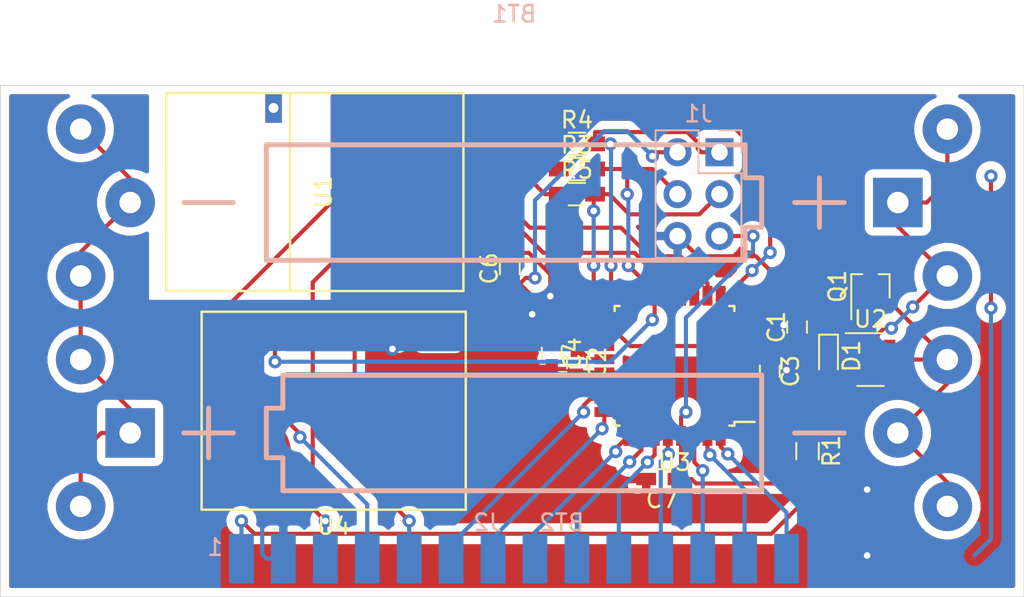
<source format=kicad_pcb>
(kicad_pcb (version 20171130) (host pcbnew 5.1.5-52549c5~84~ubuntu19.04.1)

  (general
    (thickness 1.6)
    (drawings 4)
    (tracks 333)
    (zones 0)
    (modules 20)
    (nets 37)
  )

  (page A4)
  (layers
    (0 F.Cu signal)
    (31 B.Cu signal)
    (32 B.Adhes user)
    (33 F.Adhes user)
    (34 B.Paste user)
    (35 F.Paste user)
    (36 B.SilkS user)
    (37 F.SilkS user)
    (38 B.Mask user)
    (39 F.Mask user)
    (40 Dwgs.User user)
    (41 Cmts.User user)
    (42 Eco1.User user)
    (43 Eco2.User user)
    (44 Edge.Cuts user)
    (45 Margin user)
    (46 B.CrtYd user)
    (47 F.CrtYd user)
    (48 B.Fab user)
    (49 F.Fab user)
  )

  (setup
    (last_trace_width 0.25)
    (trace_clearance 0.25)
    (zone_clearance 0.508)
    (zone_45_only no)
    (trace_min 0.25)
    (via_size 0.8)
    (via_drill 0.4)
    (via_min_size 0.4)
    (via_min_drill 0.3)
    (uvia_size 0.3)
    (uvia_drill 0.1)
    (uvias_allowed no)
    (uvia_min_size 0.2)
    (uvia_min_drill 0.1)
    (edge_width 0.05)
    (segment_width 0.2)
    (pcb_text_width 0.3)
    (pcb_text_size 1.5 1.5)
    (mod_edge_width 0.12)
    (mod_text_size 1 1)
    (mod_text_width 0.15)
    (pad_size 1.524 1.524)
    (pad_drill 0.762)
    (pad_to_mask_clearance 0.051)
    (solder_mask_min_width 0.25)
    (aux_axis_origin 0 0)
    (visible_elements FFFFFF7F)
    (pcbplotparams
      (layerselection 0x010fc_ffffffff)
      (usegerberextensions false)
      (usegerberattributes false)
      (usegerberadvancedattributes false)
      (creategerberjobfile false)
      (excludeedgelayer true)
      (linewidth 0.100000)
      (plotframeref false)
      (viasonmask false)
      (mode 1)
      (useauxorigin false)
      (hpglpennumber 1)
      (hpglpenspeed 20)
      (hpglpendiameter 15.000000)
      (psnegative false)
      (psa4output false)
      (plotreference true)
      (plotvalue true)
      (plotinvisibletext false)
      (padsonsilk false)
      (subtractmaskfromsilk false)
      (outputformat 1)
      (mirror false)
      (drillshape 1)
      (scaleselection 1)
      (outputdirectory ""))
  )

  (net 0 "")
  (net 1 VCC)
  (net 2 "Net-(BT1-Pad2)")
  (net 3 "Net-(BT2-Pad2)")
  (net 4 GND)
  (net 5 "Net-(C2-Pad1)")
  (net 6 Reset)
  (net 7 "Net-(D1-Pad1)")
  (net 8 ISP_MISO)
  (net 9 ISP_SCK)
  (net 10 MOSI)
  (net 11 MISO)
  (net 12 SCK)
  (net 13 CE)
  (net 14 NRF24_CS)
  (net 15 IRQ)
  (net 16 "Net-(U2-Pad6)")
  (net 17 "Net-(U2-Pad4)")
  (net 18 "Net-(U3-Pad22)")
  (net 19 "Net-(U3-Pad19)")
  (net 20 BME280_CS)
  (net 21 "Net-(U3-Pad12)")
  (net 22 "Net-(U3-Pad8)")
  (net 23 "Net-(U3-Pad7)")
  (net 24 "Net-(U3-Pad2)")
  (net 25 "Net-(U3-Pad1)")
  (net 26 PC0)
  (net 27 PC1)
  (net 28 PC2)
  (net 29 PC3)
  (net 30 PC4)
  (net 31 PC5)
  (net 32 PD0)
  (net 33 PD1)
  (net 34 PD2)
  (net 35 "Net-(U3-Pad13)")
  (net 36 ISP_MOSI)

  (net_class Default "This is the default net class."
    (clearance 0.25)
    (trace_width 0.25)
    (via_dia 0.8)
    (via_drill 0.4)
    (uvia_dia 0.3)
    (uvia_drill 0.1)
    (diff_pair_width 0.25)
    (diff_pair_gap 0.25)
    (add_net BME280_CS)
    (add_net CE)
    (add_net GND)
    (add_net IRQ)
    (add_net ISP_MISO)
    (add_net ISP_MOSI)
    (add_net ISP_SCK)
    (add_net MISO)
    (add_net MOSI)
    (add_net NRF24_CS)
    (add_net "Net-(BT1-Pad2)")
    (add_net "Net-(BT2-Pad2)")
    (add_net "Net-(C2-Pad1)")
    (add_net "Net-(D1-Pad1)")
    (add_net "Net-(U2-Pad4)")
    (add_net "Net-(U2-Pad6)")
    (add_net "Net-(U3-Pad1)")
    (add_net "Net-(U3-Pad12)")
    (add_net "Net-(U3-Pad13)")
    (add_net "Net-(U3-Pad19)")
    (add_net "Net-(U3-Pad2)")
    (add_net "Net-(U3-Pad22)")
    (add_net "Net-(U3-Pad7)")
    (add_net "Net-(U3-Pad8)")
    (add_net PC0)
    (add_net PC1)
    (add_net PC2)
    (add_net PC3)
    (add_net PC4)
    (add_net PC5)
    (add_net PD0)
    (add_net PD1)
    (add_net PD2)
    (add_net Reset)
    (add_net SCK)
    (add_net VCC)
  )

  (module Housings_QFP:LQFP-32_7x7mm_Pitch0.8mm (layer F.Cu) (tedit 54130A77) (tstamp 5E7A7954)
    (at 127.83 48 180)
    (descr "LQFP32: plastic low profile quad flat package; 32 leads; body 7 x 7 x 1.4 mm (see NXP sot358-1_po.pdf and sot358-1_fr.pdf)")
    (tags "QFP 0.8")
    (path /5E857B8D)
    (attr smd)
    (fp_text reference U3 (at 0 -5.85) (layer F.SilkS)
      (effects (font (size 1 1) (thickness 0.15)))
    )
    (fp_text value ATmega48PA-AU (at 0 5.85) (layer F.Fab)
      (effects (font (size 1 1) (thickness 0.15)))
    )
    (fp_text user %R (at 0 0) (layer F.Fab)
      (effects (font (size 1 1) (thickness 0.15)))
    )
    (fp_line (start -2.5 -3.5) (end 3.5 -3.5) (layer F.Fab) (width 0.15))
    (fp_line (start 3.5 -3.5) (end 3.5 3.5) (layer F.Fab) (width 0.15))
    (fp_line (start 3.5 3.5) (end -3.5 3.5) (layer F.Fab) (width 0.15))
    (fp_line (start -3.5 3.5) (end -3.5 -2.5) (layer F.Fab) (width 0.15))
    (fp_line (start -3.5 -2.5) (end -2.5 -3.5) (layer F.Fab) (width 0.15))
    (fp_line (start -5.1 -5.1) (end -5.1 5.1) (layer F.CrtYd) (width 0.05))
    (fp_line (start 5.1 -5.1) (end 5.1 5.1) (layer F.CrtYd) (width 0.05))
    (fp_line (start -5.1 -5.1) (end 5.1 -5.1) (layer F.CrtYd) (width 0.05))
    (fp_line (start -5.1 5.1) (end 5.1 5.1) (layer F.CrtYd) (width 0.05))
    (fp_line (start -3.625 -3.625) (end -3.625 -3.4) (layer F.SilkS) (width 0.15))
    (fp_line (start 3.625 -3.625) (end 3.625 -3.325) (layer F.SilkS) (width 0.15))
    (fp_line (start 3.625 3.625) (end 3.625 3.325) (layer F.SilkS) (width 0.15))
    (fp_line (start -3.625 3.625) (end -3.625 3.325) (layer F.SilkS) (width 0.15))
    (fp_line (start -3.625 -3.625) (end -3.325 -3.625) (layer F.SilkS) (width 0.15))
    (fp_line (start -3.625 3.625) (end -3.325 3.625) (layer F.SilkS) (width 0.15))
    (fp_line (start 3.625 3.625) (end 3.325 3.625) (layer F.SilkS) (width 0.15))
    (fp_line (start 3.625 -3.625) (end 3.325 -3.625) (layer F.SilkS) (width 0.15))
    (fp_line (start -3.625 -3.4) (end -4.85 -3.4) (layer F.SilkS) (width 0.15))
    (pad 1 smd rect (at -4.25 -2.8 180) (size 1.2 0.6) (layers F.Cu F.Paste F.Mask)
      (net 25 "Net-(U3-Pad1)"))
    (pad 2 smd rect (at -4.25 -2 180) (size 1.2 0.6) (layers F.Cu F.Paste F.Mask)
      (net 24 "Net-(U3-Pad2)"))
    (pad 3 smd rect (at -4.25 -1.2 180) (size 1.2 0.6) (layers F.Cu F.Paste F.Mask)
      (net 4 GND))
    (pad 4 smd rect (at -4.25 -0.4 180) (size 1.2 0.6) (layers F.Cu F.Paste F.Mask)
      (net 1 VCC))
    (pad 5 smd rect (at -4.25 0.4 180) (size 1.2 0.6) (layers F.Cu F.Paste F.Mask)
      (net 4 GND))
    (pad 6 smd rect (at -4.25 1.2 180) (size 1.2 0.6) (layers F.Cu F.Paste F.Mask)
      (net 1 VCC))
    (pad 7 smd rect (at -4.25 2 180) (size 1.2 0.6) (layers F.Cu F.Paste F.Mask)
      (net 23 "Net-(U3-Pad7)"))
    (pad 8 smd rect (at -4.25 2.8 180) (size 1.2 0.6) (layers F.Cu F.Paste F.Mask)
      (net 22 "Net-(U3-Pad8)"))
    (pad 9 smd rect (at -2.8 4.25 270) (size 1.2 0.6) (layers F.Cu F.Paste F.Mask)
      (net 15 IRQ))
    (pad 10 smd rect (at -2 4.25 270) (size 1.2 0.6) (layers F.Cu F.Paste F.Mask)
      (net 14 NRF24_CS))
    (pad 11 smd rect (at -1.2 4.25 270) (size 1.2 0.6) (layers F.Cu F.Paste F.Mask)
      (net 13 CE))
    (pad 12 smd rect (at -0.4 4.25 270) (size 1.2 0.6) (layers F.Cu F.Paste F.Mask)
      (net 21 "Net-(U3-Pad12)"))
    (pad 13 smd rect (at 0.4 4.25 270) (size 1.2 0.6) (layers F.Cu F.Paste F.Mask)
      (net 35 "Net-(U3-Pad13)"))
    (pad 14 smd rect (at 1.2 4.25 270) (size 1.2 0.6) (layers F.Cu F.Paste F.Mask)
      (net 20 BME280_CS))
    (pad 15 smd rect (at 2 4.25 270) (size 1.2 0.6) (layers F.Cu F.Paste F.Mask)
      (net 36 ISP_MOSI))
    (pad 16 smd rect (at 2.8 4.25 270) (size 1.2 0.6) (layers F.Cu F.Paste F.Mask)
      (net 8 ISP_MISO))
    (pad 17 smd rect (at 4.25 2.8 180) (size 1.2 0.6) (layers F.Cu F.Paste F.Mask)
      (net 9 ISP_SCK))
    (pad 18 smd rect (at 4.25 2 180) (size 1.2 0.6) (layers F.Cu F.Paste F.Mask)
      (net 1 VCC))
    (pad 19 smd rect (at 4.25 1.2 180) (size 1.2 0.6) (layers F.Cu F.Paste F.Mask)
      (net 19 "Net-(U3-Pad19)"))
    (pad 20 smd rect (at 4.25 0.4 180) (size 1.2 0.6) (layers F.Cu F.Paste F.Mask)
      (net 5 "Net-(C2-Pad1)"))
    (pad 21 smd rect (at 4.25 -0.4 180) (size 1.2 0.6) (layers F.Cu F.Paste F.Mask)
      (net 4 GND))
    (pad 22 smd rect (at 4.25 -1.2 180) (size 1.2 0.6) (layers F.Cu F.Paste F.Mask)
      (net 18 "Net-(U3-Pad22)"))
    (pad 23 smd rect (at 4.25 -2 180) (size 1.2 0.6) (layers F.Cu F.Paste F.Mask)
      (net 26 PC0))
    (pad 24 smd rect (at 4.25 -2.8 180) (size 1.2 0.6) (layers F.Cu F.Paste F.Mask)
      (net 27 PC1))
    (pad 25 smd rect (at 2.8 -4.25 270) (size 1.2 0.6) (layers F.Cu F.Paste F.Mask)
      (net 28 PC2))
    (pad 26 smd rect (at 2 -4.25 270) (size 1.2 0.6) (layers F.Cu F.Paste F.Mask)
      (net 29 PC3))
    (pad 27 smd rect (at 1.2 -4.25 270) (size 1.2 0.6) (layers F.Cu F.Paste F.Mask)
      (net 30 PC4))
    (pad 28 smd rect (at 0.4 -4.25 270) (size 1.2 0.6) (layers F.Cu F.Paste F.Mask)
      (net 31 PC5))
    (pad 29 smd rect (at -0.4 -4.25 270) (size 1.2 0.6) (layers F.Cu F.Paste F.Mask)
      (net 6 Reset))
    (pad 30 smd rect (at -1.2 -4.25 270) (size 1.2 0.6) (layers F.Cu F.Paste F.Mask)
      (net 32 PD0))
    (pad 31 smd rect (at -2 -4.25 270) (size 1.2 0.6) (layers F.Cu F.Paste F.Mask)
      (net 33 PD1))
    (pad 32 smd rect (at -2.8 -4.25 270) (size 1.2 0.6) (layers F.Cu F.Paste F.Mask)
      (net 34 PD2))
    (model ${KISYS3DMOD}/Housings_QFP.3dshapes/LQFP-32_7x7mm_Pitch0.8mm.wrl
      (at (xyz 0 0 0))
      (scale (xyz 1 1 1))
      (rotate (xyz 0 0 0))
    )
  )

  (module Capacitors_SMD:C_0603_HandSoldering (layer F.Cu) (tedit 58AA848B) (tstamp 5E7A2D4B)
    (at 135.255 45.654 90)
    (descr "Capacitor SMD 0603, hand soldering")
    (tags "capacitor 0603")
    (path /5E5D6526)
    (attr smd)
    (fp_text reference C1 (at 0 -1.25 90) (layer F.SilkS)
      (effects (font (size 1 1) (thickness 0.15)))
    )
    (fp_text value 10uF (at 0 1.5 90) (layer F.Fab)
      (effects (font (size 1 1) (thickness 0.15)))
    )
    (fp_text user %R (at 0 -1.25 90) (layer F.Fab)
      (effects (font (size 1 1) (thickness 0.15)))
    )
    (fp_line (start -0.8 0.4) (end -0.8 -0.4) (layer F.Fab) (width 0.1))
    (fp_line (start 0.8 0.4) (end -0.8 0.4) (layer F.Fab) (width 0.1))
    (fp_line (start 0.8 -0.4) (end 0.8 0.4) (layer F.Fab) (width 0.1))
    (fp_line (start -0.8 -0.4) (end 0.8 -0.4) (layer F.Fab) (width 0.1))
    (fp_line (start -0.35 -0.6) (end 0.35 -0.6) (layer F.SilkS) (width 0.12))
    (fp_line (start 0.35 0.6) (end -0.35 0.6) (layer F.SilkS) (width 0.12))
    (fp_line (start -1.8 -0.65) (end 1.8 -0.65) (layer F.CrtYd) (width 0.05))
    (fp_line (start -1.8 -0.65) (end -1.8 0.65) (layer F.CrtYd) (width 0.05))
    (fp_line (start 1.8 0.65) (end 1.8 -0.65) (layer F.CrtYd) (width 0.05))
    (fp_line (start 1.8 0.65) (end -1.8 0.65) (layer F.CrtYd) (width 0.05))
    (pad 1 smd rect (at -0.95 0 90) (size 1.2 0.75) (layers F.Cu F.Paste F.Mask)
      (net 1 VCC))
    (pad 2 smd rect (at 0.95 0 90) (size 1.2 0.75) (layers F.Cu F.Paste F.Mask)
      (net 4 GND))
    (model Capacitors_SMD.3dshapes/C_0603.wrl
      (at (xyz 0 0 0))
      (scale (xyz 1 1 1))
      (rotate (xyz 0 0 0))
    )
  )

  (module Capacitors_SMD:C_0603_HandSoldering (layer F.Cu) (tedit 58AA848B) (tstamp 5E7A79E8)
    (at 121.92 47.813 270)
    (descr "Capacitor SMD 0603, hand soldering")
    (tags "capacitor 0603")
    (path /5E863B11)
    (attr smd)
    (fp_text reference C2 (at 0 -1.25 90) (layer F.SilkS)
      (effects (font (size 1 1) (thickness 0.15)))
    )
    (fp_text value 100n (at 0 1.5 90) (layer F.Fab)
      (effects (font (size 1 1) (thickness 0.15)))
    )
    (fp_text user %R (at 0 -1.25 90) (layer F.Fab)
      (effects (font (size 1 1) (thickness 0.15)))
    )
    (fp_line (start -0.8 0.4) (end -0.8 -0.4) (layer F.Fab) (width 0.1))
    (fp_line (start 0.8 0.4) (end -0.8 0.4) (layer F.Fab) (width 0.1))
    (fp_line (start 0.8 -0.4) (end 0.8 0.4) (layer F.Fab) (width 0.1))
    (fp_line (start -0.8 -0.4) (end 0.8 -0.4) (layer F.Fab) (width 0.1))
    (fp_line (start -0.35 -0.6) (end 0.35 -0.6) (layer F.SilkS) (width 0.12))
    (fp_line (start 0.35 0.6) (end -0.35 0.6) (layer F.SilkS) (width 0.12))
    (fp_line (start -1.8 -0.65) (end 1.8 -0.65) (layer F.CrtYd) (width 0.05))
    (fp_line (start -1.8 -0.65) (end -1.8 0.65) (layer F.CrtYd) (width 0.05))
    (fp_line (start 1.8 0.65) (end 1.8 -0.65) (layer F.CrtYd) (width 0.05))
    (fp_line (start 1.8 0.65) (end -1.8 0.65) (layer F.CrtYd) (width 0.05))
    (pad 1 smd rect (at -0.95 0 270) (size 1.2 0.75) (layers F.Cu F.Paste F.Mask)
      (net 5 "Net-(C2-Pad1)"))
    (pad 2 smd rect (at 0.95 0 270) (size 1.2 0.75) (layers F.Cu F.Paste F.Mask)
      (net 4 GND))
    (model Capacitors_SMD.3dshapes/C_0603.wrl
      (at (xyz 0 0 0))
      (scale (xyz 1 1 1))
      (rotate (xyz 0 0 0))
    )
  )

  (module Capacitors_SMD:C_0603_HandSoldering (layer F.Cu) (tedit 58AA848B) (tstamp 5E7A142A)
    (at 133.604 48.326 270)
    (descr "Capacitor SMD 0603, hand soldering")
    (tags "capacitor 0603")
    (path /5E888344)
    (attr smd)
    (fp_text reference C3 (at 0 -1.25 90) (layer F.SilkS)
      (effects (font (size 1 1) (thickness 0.15)))
    )
    (fp_text value 100n (at 0 1.5 90) (layer F.Fab)
      (effects (font (size 1 1) (thickness 0.15)))
    )
    (fp_text user %R (at 0 -1.25 90) (layer F.Fab)
      (effects (font (size 1 1) (thickness 0.15)))
    )
    (fp_line (start -0.8 0.4) (end -0.8 -0.4) (layer F.Fab) (width 0.1))
    (fp_line (start 0.8 0.4) (end -0.8 0.4) (layer F.Fab) (width 0.1))
    (fp_line (start 0.8 -0.4) (end 0.8 0.4) (layer F.Fab) (width 0.1))
    (fp_line (start -0.8 -0.4) (end 0.8 -0.4) (layer F.Fab) (width 0.1))
    (fp_line (start -0.35 -0.6) (end 0.35 -0.6) (layer F.SilkS) (width 0.12))
    (fp_line (start 0.35 0.6) (end -0.35 0.6) (layer F.SilkS) (width 0.12))
    (fp_line (start -1.8 -0.65) (end 1.8 -0.65) (layer F.CrtYd) (width 0.05))
    (fp_line (start -1.8 -0.65) (end -1.8 0.65) (layer F.CrtYd) (width 0.05))
    (fp_line (start 1.8 0.65) (end 1.8 -0.65) (layer F.CrtYd) (width 0.05))
    (fp_line (start 1.8 0.65) (end -1.8 0.65) (layer F.CrtYd) (width 0.05))
    (pad 1 smd rect (at -0.95 0 270) (size 1.2 0.75) (layers F.Cu F.Paste F.Mask)
      (net 1 VCC))
    (pad 2 smd rect (at 0.95 0 270) (size 1.2 0.75) (layers F.Cu F.Paste F.Mask)
      (net 4 GND))
    (model Capacitors_SMD.3dshapes/C_0603.wrl
      (at (xyz 0 0 0))
      (scale (xyz 1 1 1))
      (rotate (xyz 0 0 0))
    )
  )

  (module Capacitors_SMD:C_0603_HandSoldering (layer F.Cu) (tedit 58AA848B) (tstamp 5E7A143B)
    (at 117.856 42.098 90)
    (descr "Capacitor SMD 0603, hand soldering")
    (tags "capacitor 0603")
    (path /5E588ABC)
    (attr smd)
    (fp_text reference C6 (at 0 -1.25 90) (layer F.SilkS)
      (effects (font (size 1 1) (thickness 0.15)))
    )
    (fp_text value 100n (at 0 1.5 90) (layer F.Fab)
      (effects (font (size 1 1) (thickness 0.15)))
    )
    (fp_text user %R (at 0 -1.25 90) (layer F.Fab)
      (effects (font (size 1 1) (thickness 0.15)))
    )
    (fp_line (start -0.8 0.4) (end -0.8 -0.4) (layer F.Fab) (width 0.1))
    (fp_line (start 0.8 0.4) (end -0.8 0.4) (layer F.Fab) (width 0.1))
    (fp_line (start 0.8 -0.4) (end 0.8 0.4) (layer F.Fab) (width 0.1))
    (fp_line (start -0.8 -0.4) (end 0.8 -0.4) (layer F.Fab) (width 0.1))
    (fp_line (start -0.35 -0.6) (end 0.35 -0.6) (layer F.SilkS) (width 0.12))
    (fp_line (start 0.35 0.6) (end -0.35 0.6) (layer F.SilkS) (width 0.12))
    (fp_line (start -1.8 -0.65) (end 1.8 -0.65) (layer F.CrtYd) (width 0.05))
    (fp_line (start -1.8 -0.65) (end -1.8 0.65) (layer F.CrtYd) (width 0.05))
    (fp_line (start 1.8 0.65) (end 1.8 -0.65) (layer F.CrtYd) (width 0.05))
    (fp_line (start 1.8 0.65) (end -1.8 0.65) (layer F.CrtYd) (width 0.05))
    (pad 1 smd rect (at -0.95 0 90) (size 1.2 0.75) (layers F.Cu F.Paste F.Mask)
      (net 1 VCC))
    (pad 2 smd rect (at 0.95 0 90) (size 1.2 0.75) (layers F.Cu F.Paste F.Mask)
      (net 4 GND))
    (model Capacitors_SMD.3dshapes/C_0603.wrl
      (at (xyz 0 0 0))
      (scale (xyz 1 1 1))
      (rotate (xyz 0 0 0))
    )
  )

  (module Capacitors_SMD:C_0603_HandSoldering (layer F.Cu) (tedit 58AA848B) (tstamp 5E7A144C)
    (at 127.066 54.864 180)
    (descr "Capacitor SMD 0603, hand soldering")
    (tags "capacitor 0603")
    (path /5E81E0CA)
    (attr smd)
    (fp_text reference C7 (at 0 -1.25) (layer F.SilkS)
      (effects (font (size 1 1) (thickness 0.15)))
    )
    (fp_text value 100n (at 0 1.5) (layer F.Fab)
      (effects (font (size 1 1) (thickness 0.15)))
    )
    (fp_text user %R (at 0 -1.25) (layer F.Fab)
      (effects (font (size 1 1) (thickness 0.15)))
    )
    (fp_line (start -0.8 0.4) (end -0.8 -0.4) (layer F.Fab) (width 0.1))
    (fp_line (start 0.8 0.4) (end -0.8 0.4) (layer F.Fab) (width 0.1))
    (fp_line (start 0.8 -0.4) (end 0.8 0.4) (layer F.Fab) (width 0.1))
    (fp_line (start -0.8 -0.4) (end 0.8 -0.4) (layer F.Fab) (width 0.1))
    (fp_line (start -0.35 -0.6) (end 0.35 -0.6) (layer F.SilkS) (width 0.12))
    (fp_line (start 0.35 0.6) (end -0.35 0.6) (layer F.SilkS) (width 0.12))
    (fp_line (start -1.8 -0.65) (end 1.8 -0.65) (layer F.CrtYd) (width 0.05))
    (fp_line (start -1.8 -0.65) (end -1.8 0.65) (layer F.CrtYd) (width 0.05))
    (fp_line (start 1.8 0.65) (end 1.8 -0.65) (layer F.CrtYd) (width 0.05))
    (fp_line (start 1.8 0.65) (end -1.8 0.65) (layer F.CrtYd) (width 0.05))
    (pad 1 smd rect (at -0.95 0 180) (size 1.2 0.75) (layers F.Cu F.Paste F.Mask)
      (net 6 Reset))
    (pad 2 smd rect (at 0.95 0 180) (size 1.2 0.75) (layers F.Cu F.Paste F.Mask)
      (net 4 GND))
    (model Capacitors_SMD.3dshapes/C_0603.wrl
      (at (xyz 0 0 0))
      (scale (xyz 1 1 1))
      (rotate (xyz 0 0 0))
    )
  )

  (module Diodes_SMD:D_0603 (layer F.Cu) (tedit 590CE922) (tstamp 5E7A2C47)
    (at 137.16 47.41 270)
    (descr "Diode SMD in 0603 package http://datasheets.avx.com/schottky.pdf")
    (tags "smd diode")
    (path /5E5B4A6A)
    (attr smd)
    (fp_text reference D1 (at 0 -1.4 90) (layer F.SilkS)
      (effects (font (size 1 1) (thickness 0.15)))
    )
    (fp_text value " ESDZL5-1F4" (at 0 1.4 90) (layer F.Fab)
      (effects (font (size 1 1) (thickness 0.15)))
    )
    (fp_text user %R (at 0 -1.4 90) (layer F.Fab)
      (effects (font (size 1 1) (thickness 0.15)))
    )
    (fp_line (start -1.3 -0.57) (end -1.3 0.57) (layer F.SilkS) (width 0.12))
    (fp_line (start 1.4 0.67) (end 1.4 -0.67) (layer F.CrtYd) (width 0.05))
    (fp_line (start -1.4 0.67) (end 1.4 0.67) (layer F.CrtYd) (width 0.05))
    (fp_line (start -1.4 -0.67) (end -1.4 0.67) (layer F.CrtYd) (width 0.05))
    (fp_line (start 1.4 -0.67) (end -1.4 -0.67) (layer F.CrtYd) (width 0.05))
    (fp_line (start 0.2 0) (end 0.4 0) (layer F.Fab) (width 0.1))
    (fp_line (start -0.1 0) (end -0.3 0) (layer F.Fab) (width 0.1))
    (fp_line (start -0.1 -0.2) (end -0.1 0.2) (layer F.Fab) (width 0.1))
    (fp_line (start 0.2 0.2) (end 0.2 -0.2) (layer F.Fab) (width 0.1))
    (fp_line (start -0.1 0) (end 0.2 0.2) (layer F.Fab) (width 0.1))
    (fp_line (start 0.2 -0.2) (end -0.1 0) (layer F.Fab) (width 0.1))
    (fp_line (start -0.8 0.45) (end -0.8 -0.45) (layer F.Fab) (width 0.1))
    (fp_line (start 0.8 0.45) (end -0.8 0.45) (layer F.Fab) (width 0.1))
    (fp_line (start 0.8 -0.45) (end 0.8 0.45) (layer F.Fab) (width 0.1))
    (fp_line (start -0.8 -0.45) (end 0.8 -0.45) (layer F.Fab) (width 0.1))
    (fp_line (start -1.3 0.57) (end 0.8 0.57) (layer F.SilkS) (width 0.12))
    (fp_line (start -1.3 -0.57) (end 0.8 -0.57) (layer F.SilkS) (width 0.12))
    (pad 1 smd rect (at -0.85 0 270) (size 0.6 0.8) (layers F.Cu F.Paste F.Mask)
      (net 7 "Net-(D1-Pad1)"))
    (pad 2 smd rect (at 0.85 0 270) (size 0.6 0.8) (layers F.Cu F.Paste F.Mask)
      (net 3 "Net-(BT2-Pad2)"))
    (model ${KISYS3DMOD}/Diodes_SMD.3dshapes/D_0603.wrl
      (at (xyz 0 0 0))
      (scale (xyz 1 1 1))
      (rotate (xyz 0 0 0))
    )
  )

  (module Pin_Headers:Pin_Header_Straight_2x03_Pitch2.54mm (layer B.Cu) (tedit 59650532) (tstamp 5E7A8215)
    (at 130.556 35.052 180)
    (descr "Through hole straight pin header, 2x03, 2.54mm pitch, double rows")
    (tags "Through hole pin header THT 2x03 2.54mm double row")
    (path /5E81C273)
    (fp_text reference J1 (at 1.27 2.33) (layer B.SilkS)
      (effects (font (size 1 1) (thickness 0.15)) (justify mirror))
    )
    (fp_text value Conn_02x03_Odd_Even (at 1.27 -7.41) (layer B.Fab)
      (effects (font (size 1 1) (thickness 0.15)) (justify mirror))
    )
    (fp_line (start 0 1.27) (end 3.81 1.27) (layer B.Fab) (width 0.1))
    (fp_line (start 3.81 1.27) (end 3.81 -6.35) (layer B.Fab) (width 0.1))
    (fp_line (start 3.81 -6.35) (end -1.27 -6.35) (layer B.Fab) (width 0.1))
    (fp_line (start -1.27 -6.35) (end -1.27 0) (layer B.Fab) (width 0.1))
    (fp_line (start -1.27 0) (end 0 1.27) (layer B.Fab) (width 0.1))
    (fp_line (start -1.33 -6.41) (end 3.87 -6.41) (layer B.SilkS) (width 0.12))
    (fp_line (start -1.33 -1.27) (end -1.33 -6.41) (layer B.SilkS) (width 0.12))
    (fp_line (start 3.87 1.33) (end 3.87 -6.41) (layer B.SilkS) (width 0.12))
    (fp_line (start -1.33 -1.27) (end 1.27 -1.27) (layer B.SilkS) (width 0.12))
    (fp_line (start 1.27 -1.27) (end 1.27 1.33) (layer B.SilkS) (width 0.12))
    (fp_line (start 1.27 1.33) (end 3.87 1.33) (layer B.SilkS) (width 0.12))
    (fp_line (start -1.33 0) (end -1.33 1.33) (layer B.SilkS) (width 0.12))
    (fp_line (start -1.33 1.33) (end 0 1.33) (layer B.SilkS) (width 0.12))
    (fp_line (start -1.8 1.8) (end -1.8 -6.85) (layer B.CrtYd) (width 0.05))
    (fp_line (start -1.8 -6.85) (end 4.35 -6.85) (layer B.CrtYd) (width 0.05))
    (fp_line (start 4.35 -6.85) (end 4.35 1.8) (layer B.CrtYd) (width 0.05))
    (fp_line (start 4.35 1.8) (end -1.8 1.8) (layer B.CrtYd) (width 0.05))
    (fp_text user %R (at 1.27 -2.54 180) (layer B.Fab)
      (effects (font (size 1 1) (thickness 0.15)) (justify mirror))
    )
    (pad 1 thru_hole rect (at 0 0 180) (size 1.7 1.7) (drill 1) (layers *.Cu *.Mask)
      (net 8 ISP_MISO))
    (pad 2 thru_hole oval (at 2.54 0 180) (size 1.7 1.7) (drill 1) (layers *.Cu *.Mask)
      (net 1 VCC))
    (pad 3 thru_hole oval (at 0 -2.54 180) (size 1.7 1.7) (drill 1) (layers *.Cu *.Mask)
      (net 9 ISP_SCK))
    (pad 4 thru_hole oval (at 2.54 -2.54 180) (size 1.7 1.7) (drill 1) (layers *.Cu *.Mask)
      (net 36 ISP_MOSI))
    (pad 5 thru_hole oval (at 0 -5.08 180) (size 1.7 1.7) (drill 1) (layers *.Cu *.Mask)
      (net 6 Reset))
    (pad 6 thru_hole oval (at 2.54 -5.08 180) (size 1.7 1.7) (drill 1) (layers *.Cu *.Mask)
      (net 4 GND))
    (model ${KISYS3DMOD}/Pin_Headers.3dshapes/Pin_Header_Straight_2x03_Pitch2.54mm.wrl
      (at (xyz 0 0 0))
      (scale (xyz 1 1 1))
      (rotate (xyz 0 0 0))
    )
  )

  (module Resistors_SMD:R_0603_HandSoldering (layer F.Cu) (tedit 58E0A804) (tstamp 5E7A4C3D)
    (at 135.89 53.17 270)
    (descr "Resistor SMD 0603, hand soldering")
    (tags "resistor 0603")
    (path /5E8179ED)
    (attr smd)
    (fp_text reference R1 (at 0 -1.45 90) (layer F.SilkS)
      (effects (font (size 1 1) (thickness 0.15)))
    )
    (fp_text value 4k7 (at 0 1.55 90) (layer F.Fab)
      (effects (font (size 1 1) (thickness 0.15)))
    )
    (fp_text user %R (at 0 0 90) (layer F.Fab)
      (effects (font (size 0.4 0.4) (thickness 0.075)))
    )
    (fp_line (start -0.8 0.4) (end -0.8 -0.4) (layer F.Fab) (width 0.1))
    (fp_line (start 0.8 0.4) (end -0.8 0.4) (layer F.Fab) (width 0.1))
    (fp_line (start 0.8 -0.4) (end 0.8 0.4) (layer F.Fab) (width 0.1))
    (fp_line (start -0.8 -0.4) (end 0.8 -0.4) (layer F.Fab) (width 0.1))
    (fp_line (start 0.5 0.68) (end -0.5 0.68) (layer F.SilkS) (width 0.12))
    (fp_line (start -0.5 -0.68) (end 0.5 -0.68) (layer F.SilkS) (width 0.12))
    (fp_line (start -1.96 -0.7) (end 1.95 -0.7) (layer F.CrtYd) (width 0.05))
    (fp_line (start -1.96 -0.7) (end -1.96 0.7) (layer F.CrtYd) (width 0.05))
    (fp_line (start 1.95 0.7) (end 1.95 -0.7) (layer F.CrtYd) (width 0.05))
    (fp_line (start 1.95 0.7) (end -1.96 0.7) (layer F.CrtYd) (width 0.05))
    (pad 1 smd rect (at -1.1 0 270) (size 1.2 0.9) (layers F.Cu F.Paste F.Mask)
      (net 1 VCC))
    (pad 2 smd rect (at 1.1 0 270) (size 1.2 0.9) (layers F.Cu F.Paste F.Mask)
      (net 6 Reset))
    (model ${KISYS3DMOD}/Resistors_SMD.3dshapes/R_0603.wrl
      (at (xyz 0 0 0))
      (scale (xyz 1 1 1))
      (rotate (xyz 0 0 0))
    )
  )

  (module Resistors_SMD:R_0603_HandSoldering (layer F.Cu) (tedit 58E0A804) (tstamp 5E7A71E9)
    (at 121.92 36.068)
    (descr "Resistor SMD 0603, hand soldering")
    (tags "resistor 0603")
    (path /5E925192)
    (attr smd)
    (fp_text reference R3 (at 0 -1.45) (layer F.SilkS)
      (effects (font (size 1 1) (thickness 0.15)))
    )
    (fp_text value 330 (at 0 1.55) (layer F.Fab)
      (effects (font (size 1 1) (thickness 0.15)))
    )
    (fp_text user %R (at 0 0) (layer F.Fab)
      (effects (font (size 0.4 0.4) (thickness 0.075)))
    )
    (fp_line (start -0.8 0.4) (end -0.8 -0.4) (layer F.Fab) (width 0.1))
    (fp_line (start 0.8 0.4) (end -0.8 0.4) (layer F.Fab) (width 0.1))
    (fp_line (start 0.8 -0.4) (end 0.8 0.4) (layer F.Fab) (width 0.1))
    (fp_line (start -0.8 -0.4) (end 0.8 -0.4) (layer F.Fab) (width 0.1))
    (fp_line (start 0.5 0.68) (end -0.5 0.68) (layer F.SilkS) (width 0.12))
    (fp_line (start -0.5 -0.68) (end 0.5 -0.68) (layer F.SilkS) (width 0.12))
    (fp_line (start -1.96 -0.7) (end 1.95 -0.7) (layer F.CrtYd) (width 0.05))
    (fp_line (start -1.96 -0.7) (end -1.96 0.7) (layer F.CrtYd) (width 0.05))
    (fp_line (start 1.95 0.7) (end 1.95 -0.7) (layer F.CrtYd) (width 0.05))
    (fp_line (start 1.95 0.7) (end -1.96 0.7) (layer F.CrtYd) (width 0.05))
    (pad 1 smd rect (at -1.1 0) (size 1.2 0.9) (layers F.Cu F.Paste F.Mask)
      (net 10 MOSI))
    (pad 2 smd rect (at 1.1 0) (size 1.2 0.9) (layers F.Cu F.Paste F.Mask)
      (net 36 ISP_MOSI))
    (model ${KISYS3DMOD}/Resistors_SMD.3dshapes/R_0603.wrl
      (at (xyz 0 0 0))
      (scale (xyz 1 1 1))
      (rotate (xyz 0 0 0))
    )
  )

  (module Resistors_SMD:R_0603_HandSoldering (layer F.Cu) (tedit 58E0A804) (tstamp 5E7A3F13)
    (at 121.92 34.544)
    (descr "Resistor SMD 0603, hand soldering")
    (tags "resistor 0603")
    (path /5E92566D)
    (attr smd)
    (fp_text reference R4 (at 0 -1.45) (layer F.SilkS)
      (effects (font (size 1 1) (thickness 0.15)))
    )
    (fp_text value 330 (at 0 1.55) (layer F.Fab)
      (effects (font (size 1 1) (thickness 0.15)))
    )
    (fp_text user %R (at 0 0) (layer F.Fab)
      (effects (font (size 0.4 0.4) (thickness 0.075)))
    )
    (fp_line (start -0.8 0.4) (end -0.8 -0.4) (layer F.Fab) (width 0.1))
    (fp_line (start 0.8 0.4) (end -0.8 0.4) (layer F.Fab) (width 0.1))
    (fp_line (start 0.8 -0.4) (end 0.8 0.4) (layer F.Fab) (width 0.1))
    (fp_line (start -0.8 -0.4) (end 0.8 -0.4) (layer F.Fab) (width 0.1))
    (fp_line (start 0.5 0.68) (end -0.5 0.68) (layer F.SilkS) (width 0.12))
    (fp_line (start -0.5 -0.68) (end 0.5 -0.68) (layer F.SilkS) (width 0.12))
    (fp_line (start -1.96 -0.7) (end 1.95 -0.7) (layer F.CrtYd) (width 0.05))
    (fp_line (start -1.96 -0.7) (end -1.96 0.7) (layer F.CrtYd) (width 0.05))
    (fp_line (start 1.95 0.7) (end 1.95 -0.7) (layer F.CrtYd) (width 0.05))
    (fp_line (start 1.95 0.7) (end -1.96 0.7) (layer F.CrtYd) (width 0.05))
    (pad 1 smd rect (at -1.1 0) (size 1.2 0.9) (layers F.Cu F.Paste F.Mask)
      (net 11 MISO))
    (pad 2 smd rect (at 1.1 0) (size 1.2 0.9) (layers F.Cu F.Paste F.Mask)
      (net 8 ISP_MISO))
    (model ${KISYS3DMOD}/Resistors_SMD.3dshapes/R_0603.wrl
      (at (xyz 0 0 0))
      (scale (xyz 1 1 1))
      (rotate (xyz 0 0 0))
    )
  )

  (module Resistors_SMD:R_0603_HandSoldering (layer F.Cu) (tedit 58E0A804) (tstamp 5E7A3F43)
    (at 121.92 37.592)
    (descr "Resistor SMD 0603, hand soldering")
    (tags "resistor 0603")
    (path /5E9299BA)
    (attr smd)
    (fp_text reference R5 (at 0 -1.45) (layer F.SilkS)
      (effects (font (size 1 1) (thickness 0.15)))
    )
    (fp_text value 330 (at 0 1.55) (layer F.Fab)
      (effects (font (size 1 1) (thickness 0.15)))
    )
    (fp_text user %R (at 0 0) (layer F.Fab)
      (effects (font (size 0.4 0.4) (thickness 0.075)))
    )
    (fp_line (start -0.8 0.4) (end -0.8 -0.4) (layer F.Fab) (width 0.1))
    (fp_line (start 0.8 0.4) (end -0.8 0.4) (layer F.Fab) (width 0.1))
    (fp_line (start 0.8 -0.4) (end 0.8 0.4) (layer F.Fab) (width 0.1))
    (fp_line (start -0.8 -0.4) (end 0.8 -0.4) (layer F.Fab) (width 0.1))
    (fp_line (start 0.5 0.68) (end -0.5 0.68) (layer F.SilkS) (width 0.12))
    (fp_line (start -0.5 -0.68) (end 0.5 -0.68) (layer F.SilkS) (width 0.12))
    (fp_line (start -1.96 -0.7) (end 1.95 -0.7) (layer F.CrtYd) (width 0.05))
    (fp_line (start -1.96 -0.7) (end -1.96 0.7) (layer F.CrtYd) (width 0.05))
    (fp_line (start 1.95 0.7) (end 1.95 -0.7) (layer F.CrtYd) (width 0.05))
    (fp_line (start 1.95 0.7) (end -1.96 0.7) (layer F.CrtYd) (width 0.05))
    (pad 1 smd rect (at -1.1 0) (size 1.2 0.9) (layers F.Cu F.Paste F.Mask)
      (net 12 SCK))
    (pad 2 smd rect (at 1.1 0) (size 1.2 0.9) (layers F.Cu F.Paste F.Mask)
      (net 9 ISP_SCK))
    (model ${KISYS3DMOD}/Resistors_SMD.3dshapes/R_0603.wrl
      (at (xyz 0 0 0))
      (scale (xyz 1 1 1))
      (rotate (xyz 0 0 0))
    )
  )

  (module Housings_SSOP:TSOP-5_1.65x3.05mm_Pitch0.95mm (layer F.Cu) (tedit 59EF70C1) (tstamp 5E7A2C89)
    (at 139.7 47.62)
    (descr "TSOP-5 package (comparable to TSOT-23), https://www.vishay.com/docs/71200/71200.pdf")
    (tags "Jedec MO-193C TSOP-5L")
    (path /5E8BAA55)
    (attr smd)
    (fp_text reference U2 (at 0 -2.45) (layer F.SilkS)
      (effects (font (size 1 1) (thickness 0.15)))
    )
    (fp_text value BU4920G-TR (at 0 2.5) (layer F.Fab)
      (effects (font (size 1 1) (thickness 0.15)))
    )
    (fp_text user %R (at 0 0 90) (layer F.Fab)
      (effects (font (size 0.5 0.5) (thickness 0.075)))
    )
    (fp_line (start -0.8 1.6) (end 0.8 1.6) (layer F.SilkS) (width 0.12))
    (fp_line (start 0.8 -1.6) (end -1.5 -1.6) (layer F.SilkS) (width 0.12))
    (fp_line (start -0.825 -1.1) (end -0.425 -1.525) (layer F.Fab) (width 0.1))
    (fp_line (start 0.825 -1.525) (end -0.425 -1.525) (layer F.Fab) (width 0.1))
    (fp_line (start -0.825 -1.1) (end -0.825 1.525) (layer F.Fab) (width 0.1))
    (fp_line (start 0.825 1.525) (end -0.825 1.525) (layer F.Fab) (width 0.1))
    (fp_line (start 0.825 -1.525) (end 0.825 1.525) (layer F.Fab) (width 0.1))
    (fp_line (start -1.76 -1.78) (end 1.76 -1.78) (layer F.CrtYd) (width 0.05))
    (fp_line (start -1.76 -1.78) (end -1.76 1.77) (layer F.CrtYd) (width 0.05))
    (fp_line (start 1.76 1.77) (end 1.76 -1.78) (layer F.CrtYd) (width 0.05))
    (fp_line (start 1.76 1.77) (end -1.76 1.77) (layer F.CrtYd) (width 0.05))
    (pad 1 smd rect (at -1.16 -0.95) (size 0.7 0.51) (layers F.Cu F.Paste F.Mask)
      (net 7 "Net-(D1-Pad1)"))
    (pad 2 smd rect (at -1.16 0) (size 0.7 0.51) (layers F.Cu F.Paste F.Mask)
      (net 1 VCC))
    (pad 3 smd rect (at -1.16 0.95) (size 0.7 0.51) (layers F.Cu F.Paste F.Mask)
      (net 3 "Net-(BT2-Pad2)"))
    (pad 4 smd rect (at 1.16 0.95) (size 0.7 0.51) (layers F.Cu F.Paste F.Mask)
      (net 17 "Net-(U2-Pad4)"))
    (pad 6 smd rect (at 1.16 -0.95) (size 0.7 0.51) (layers F.Cu F.Paste F.Mask)
      (net 16 "Net-(U2-Pad6)"))
    (model ${KISYS3DMOD}/Housings_SSOP.3dshapes/TSOP-5_1.65x3.05mm_Pitch0.95mm.wrl
      (at (xyz 0 0 0))
      (scale (xyz 1 1 1))
      (rotate (xyz 0 0 0))
    )
  )

  (module Capacitors_SMD:C_0603_HandSoldering (layer F.Cu) (tedit 58AA848B) (tstamp 5E7A78A4)
    (at 120.396 47.244 270)
    (descr "Capacitor SMD 0603, hand soldering")
    (tags "capacitor 0603")
    (path /5E817D49)
    (attr smd)
    (fp_text reference C4 (at 0 -1.25 90) (layer F.SilkS)
      (effects (font (size 1 1) (thickness 0.15)))
    )
    (fp_text value 100n (at 0 1.5 90) (layer F.Fab)
      (effects (font (size 1 1) (thickness 0.15)))
    )
    (fp_text user %R (at 0 -1.25 90) (layer F.Fab)
      (effects (font (size 1 1) (thickness 0.15)))
    )
    (fp_line (start -0.8 0.4) (end -0.8 -0.4) (layer F.Fab) (width 0.1))
    (fp_line (start 0.8 0.4) (end -0.8 0.4) (layer F.Fab) (width 0.1))
    (fp_line (start 0.8 -0.4) (end 0.8 0.4) (layer F.Fab) (width 0.1))
    (fp_line (start -0.8 -0.4) (end 0.8 -0.4) (layer F.Fab) (width 0.1))
    (fp_line (start -0.35 -0.6) (end 0.35 -0.6) (layer F.SilkS) (width 0.12))
    (fp_line (start 0.35 0.6) (end -0.35 0.6) (layer F.SilkS) (width 0.12))
    (fp_line (start -1.8 -0.65) (end 1.8 -0.65) (layer F.CrtYd) (width 0.05))
    (fp_line (start -1.8 -0.65) (end -1.8 0.65) (layer F.CrtYd) (width 0.05))
    (fp_line (start 1.8 0.65) (end 1.8 -0.65) (layer F.CrtYd) (width 0.05))
    (fp_line (start 1.8 0.65) (end -1.8 0.65) (layer F.CrtYd) (width 0.05))
    (pad 1 smd rect (at -0.95 0 270) (size 1.2 0.75) (layers F.Cu F.Paste F.Mask)
      (net 1 VCC))
    (pad 2 smd rect (at 0.95 0 270) (size 1.2 0.75) (layers F.Cu F.Paste F.Mask)
      (net 4 GND))
    (model Capacitors_SMD.3dshapes/C_0603.wrl
      (at (xyz 0 0 0))
      (scale (xyz 1 1 1))
      (rotate (xyz 0 0 0))
    )
  )

  (module footprints:aaa_holder_keystone_591+597 (layer B.Cu) (tedit 5E7A314B) (tstamp 5E7A6F3E)
    (at 118.11 38.1)
    (descr "Footprint for a AAA-battery holder using the Keystone 591 and 597")
    (path /5E5BF5B4)
    (fp_text reference BT1 (at 0 -11.43) (layer B.SilkS)
      (effects (font (size 1 1) (thickness 0.15)) (justify mirror))
    )
    (fp_text value "AAA battery" (at 0 -8.89) (layer B.Fab)
      (effects (font (size 1 1) (thickness 0.15)) (justify mirror))
    )
    (fp_line (start -17 0) (end -20 0) (layer B.SilkS) (width 0.3))
    (fp_line (start 18.5 1.5) (end 18.5 -1.5) (layer B.SilkS) (width 0.3))
    (fp_line (start 20 0) (end 17 0) (layer B.SilkS) (width 0.3))
    (fp_line (start 15 -1.5) (end 15 1.5) (layer B.SilkS) (width 0.3))
    (fp_line (start 14 -1.5) (end 15 -1.5) (layer B.SilkS) (width 0.3))
    (fp_line (start 14 -3.5) (end 14 -1.5) (layer B.SilkS) (width 0.3))
    (fp_line (start -15 -3.5) (end 14 -3.5) (layer B.SilkS) (width 0.3))
    (fp_line (start -15 3.5) (end -15 -3.5) (layer B.SilkS) (width 0.3))
    (fp_line (start 14 3.5) (end -15 3.5) (layer B.SilkS) (width 0.3))
    (fp_line (start 14 1.5) (end 14 3.5) (layer B.SilkS) (width 0.3))
    (fp_line (start 15 1.5) (end 14 1.5) (layer B.SilkS) (width 0.3))
    (fp_line (start -29.75 5.5) (end -29.75 -5.5) (layer B.CrtYd) (width 0.12))
    (fp_line (start -29.75 -5.5) (end 29.75 -5.5) (layer B.CrtYd) (width 0.12))
    (fp_line (start 29.75 -5.5) (end 29.75 5.5) (layer B.CrtYd) (width 0.12))
    (fp_line (start 29.75 5.5) (end -29.75 5.5) (layer B.CrtYd) (width 0.12))
    (pad 1 thru_hole circle (at 26.25 -4.45) (size 3 3) (drill 1.3) (layers *.Cu *.Mask)
      (net 1 VCC))
    (pad 1 thru_hole circle (at 26.25 4.45) (size 3 3) (drill 1.3) (layers *.Cu *.Mask)
      (net 1 VCC))
    (pad 2 thru_hole circle (at -26.25 -4.45) (size 3 3) (drill 1.3) (layers *.Cu *.Mask)
      (net 2 "Net-(BT1-Pad2)"))
    (pad 2 thru_hole circle (at -26.25 4.45) (size 3 3) (drill 1.3) (layers *.Cu *.Mask)
      (net 2 "Net-(BT1-Pad2)"))
    (pad 2 thru_hole circle (at -23.25 0) (size 3 3) (drill 1.3) (layers *.Cu *.Mask)
      (net 2 "Net-(BT1-Pad2)"))
    (pad 1 thru_hole rect (at 23.25 0) (size 3 3) (drill 1.3) (layers *.Cu *.Mask)
      (net 1 VCC))
  )

  (module footprints:aaa_holder_keystone_591+597 (layer B.Cu) (tedit 5E7A314B) (tstamp 5E7A6F56)
    (at 118.11 52.07 180)
    (descr "Footprint for a AAA-battery holder using the Keystone 591 and 597")
    (path /5E5C0221)
    (fp_text reference BT2 (at -2.89 -5.43) (layer B.SilkS)
      (effects (font (size 1 1) (thickness 0.15)) (justify mirror))
    )
    (fp_text value "AAA battery" (at 0 -8.89) (layer B.Fab)
      (effects (font (size 1 1) (thickness 0.15)) (justify mirror))
    )
    (fp_line (start 29.75 5.5) (end -29.75 5.5) (layer B.CrtYd) (width 0.12))
    (fp_line (start 29.75 -5.5) (end 29.75 5.5) (layer B.CrtYd) (width 0.12))
    (fp_line (start -29.75 -5.5) (end 29.75 -5.5) (layer B.CrtYd) (width 0.12))
    (fp_line (start -29.75 5.5) (end -29.75 -5.5) (layer B.CrtYd) (width 0.12))
    (fp_line (start 15 1.5) (end 14 1.5) (layer B.SilkS) (width 0.3))
    (fp_line (start 14 1.5) (end 14 3.5) (layer B.SilkS) (width 0.3))
    (fp_line (start 14 3.5) (end -15 3.5) (layer B.SilkS) (width 0.3))
    (fp_line (start -15 3.5) (end -15 -3.5) (layer B.SilkS) (width 0.3))
    (fp_line (start -15 -3.5) (end 14 -3.5) (layer B.SilkS) (width 0.3))
    (fp_line (start 14 -3.5) (end 14 -1.5) (layer B.SilkS) (width 0.3))
    (fp_line (start 14 -1.5) (end 15 -1.5) (layer B.SilkS) (width 0.3))
    (fp_line (start 15 -1.5) (end 15 1.5) (layer B.SilkS) (width 0.3))
    (fp_line (start 20 0) (end 17 0) (layer B.SilkS) (width 0.3))
    (fp_line (start 18.5 1.5) (end 18.5 -1.5) (layer B.SilkS) (width 0.3))
    (fp_line (start -17 0) (end -20 0) (layer B.SilkS) (width 0.3))
    (pad 1 thru_hole rect (at 23.25 0 180) (size 3 3) (drill 1.3) (layers *.Cu *.Mask)
      (net 2 "Net-(BT1-Pad2)"))
    (pad 2 thru_hole circle (at -23.25 0 180) (size 3 3) (drill 1.3) (layers *.Cu *.Mask)
      (net 3 "Net-(BT2-Pad2)"))
    (pad 2 thru_hole circle (at -26.25 4.45 180) (size 3 3) (drill 1.3) (layers *.Cu *.Mask)
      (net 3 "Net-(BT2-Pad2)"))
    (pad 2 thru_hole circle (at -26.25 -4.45 180) (size 3 3) (drill 1.3) (layers *.Cu *.Mask)
      (net 3 "Net-(BT2-Pad2)"))
    (pad 1 thru_hole circle (at 26.25 4.45 180) (size 3 3) (drill 1.3) (layers *.Cu *.Mask)
      (net 2 "Net-(BT1-Pad2)"))
    (pad 1 thru_hole circle (at 26.25 -4.45 180) (size 3 3) (drill 1.3) (layers *.Cu *.Mask)
      (net 2 "Net-(BT1-Pad2)"))
  )

  (module footprints:Pin_Header_Side_1x14_Pitch2.54mm_SMD (layer B.Cu) (tedit 5E7A229D) (tstamp 5E7A6F6E)
    (at 118.11 59.69)
    (path /5E93123D)
    (fp_text reference J2 (at -1.61 -2.19) (layer B.SilkS)
      (effects (font (size 1 1) (thickness 0.15)) (justify mirror))
    )
    (fp_text value Conn_01x14 (at 0 -2.54) (layer B.Fab)
      (effects (font (size 1 1) (thickness 0.15)) (justify mirror))
    )
    (fp_text user 1 (at -18.11 -0.69) (layer B.SilkS)
      (effects (font (size 1 1) (thickness 0.15)) (justify mirror))
    )
    (pad 1 smd rect (at -16.51 0) (size 1.5 3) (layers B.Cu B.Paste B.Mask)
      (net 1 VCC))
    (pad 2 smd rect (at -13.97 0) (size 1.5 3) (layers B.Cu B.Paste B.Mask)
      (net 4 GND))
    (pad 3 smd rect (at -11.43 0) (size 1.5 3) (layers B.Cu B.Paste B.Mask)
      (net 10 MOSI))
    (pad 4 smd rect (at -8.89 0) (size 1.5 3) (layers B.Cu B.Paste B.Mask)
      (net 11 MISO))
    (pad 5 smd rect (at -6.35 0) (size 1.5 3) (layers B.Cu B.Paste B.Mask)
      (net 12 SCK))
    (pad 6 smd rect (at -3.81 0) (size 1.5 3) (layers B.Cu B.Paste B.Mask)
      (net 26 PC0))
    (pad 7 smd rect (at -1.27 0) (size 1.5 3) (layers B.Cu B.Paste B.Mask)
      (net 27 PC1))
    (pad 8 smd rect (at 1.27 0) (size 1.5 3) (layers B.Cu B.Paste B.Mask)
      (net 28 PC2))
    (pad 9 smd rect (at 3.81 0) (size 1.5 3) (layers B.Cu B.Paste B.Mask)
      (net 29 PC3))
    (pad 10 smd rect (at 6.35 0) (size 1.5 3) (layers B.Cu B.Paste B.Mask)
      (net 30 PC4))
    (pad 11 smd rect (at 8.89 0) (size 1.5 3) (layers B.Cu B.Paste B.Mask)
      (net 31 PC5))
    (pad 12 smd rect (at 11.43 0) (size 1.5 3) (layers B.Cu B.Paste B.Mask)
      (net 32 PD0))
    (pad 13 smd rect (at 13.97 0) (size 1.5 3) (layers B.Cu B.Paste B.Mask)
      (net 33 PD1))
    (pad 14 smd rect (at 16.51 0) (size 1.5 3) (layers B.Cu B.Paste B.Mask)
      (net 34 PD2))
  )

  (module footprints:SOT-416_SC-90_Handsoldering (layer F.Cu) (tedit 5E78CE2C) (tstamp 5E7A6F80)
    (at 139.7 43.18 90)
    (descr "SOT-323, SC-70 Handsoldering")
    (tags "SOT-323 SC-70 Handsoldering")
    (path /5E5B7982)
    (attr smd)
    (fp_text reference Q1 (at 0 -2 90) (layer F.SilkS)
      (effects (font (size 1 1) (thickness 0.15)))
    )
    (fp_text value SSM3K36FS (at 0 2.05 90) (layer F.Fab)
      (effects (font (size 1 1) (thickness 0.15)))
    )
    (fp_line (start -0.175 -1.1) (end -0.675 -0.6) (layer F.Fab) (width 0.1))
    (fp_line (start 0.675 1.1) (end -0.675 1.1) (layer F.Fab) (width 0.1))
    (fp_line (start 0.675 -1.1) (end 0.675 1.1) (layer F.Fab) (width 0.1))
    (fp_line (start -0.675 -0.6) (end -0.675 1.1) (layer F.Fab) (width 0.1))
    (fp_line (start 0.675 -1.1) (end -0.175 -1.1) (layer F.Fab) (width 0.1))
    (fp_line (start -0.675 1.16) (end 0.735 1.16) (layer F.SilkS) (width 0.12))
    (fp_line (start 0.735 -1.16) (end -2 -1.16) (layer F.SilkS) (width 0.12))
    (fp_line (start -2.4 1.3) (end -2.4 -1.3) (layer F.CrtYd) (width 0.05))
    (fp_line (start -2.4 -1.3) (end 2.4 -1.3) (layer F.CrtYd) (width 0.05))
    (fp_line (start 2.4 -1.3) (end 2.4 1.3) (layer F.CrtYd) (width 0.05))
    (fp_line (start 2.4 1.3) (end -2.4 1.3) (layer F.CrtYd) (width 0.05))
    (fp_line (start 0.735 -1.17) (end 0.735 -0.5) (layer F.SilkS) (width 0.12))
    (fp_line (start 0.735 0.5) (end 0.735 1.16) (layer F.SilkS) (width 0.12))
    (fp_text user %R (at 0 0) (layer F.Fab)
      (effects (font (size 0.5 0.5) (thickness 0.075)))
    )
    (pad 3 smd rect (at 1.2 0) (size 0.5 1.5) (layers F.Cu F.Paste F.Mask)
      (net 4 GND))
    (pad 2 smd rect (at -1.2 0.5) (size 0.5 1.5) (layers F.Cu F.Paste F.Mask)
      (net 3 "Net-(BT2-Pad2)"))
    (pad 1 smd rect (at -1.2 -0.5) (size 0.5 1.5) (layers F.Cu F.Paste F.Mask)
      (net 7 "Net-(D1-Pad1)"))
    (model ${KISYS3DMOD}/TO_SOT_Packages_SMD.3dshapes/SOT-323_SC-70.wrl
      (at (xyz 0 0 0))
      (scale (xyz 1 1 1))
      (rotate (xyz 0 0 0))
    )
  )

  (module footprints:NRF24L01+breakout_SMD (layer F.Cu) (tedit 5E78B67B) (tstamp 5E7A6F94)
    (at 106.045 37.465 90)
    (path /5E84E88A)
    (fp_text reference U1 (at 0 0.5 90) (layer F.SilkS)
      (effects (font (size 1 1) (thickness 0.15)))
    )
    (fp_text value NRF24L01_Breakout_SMD (at 0 -0.5 90) (layer F.Fab)
      (effects (font (size 1 1) (thickness 0.15)))
    )
    (fp_line (start 6 -1.5) (end -6 -1.5) (layer F.SilkS) (width 0.15))
    (fp_line (start -6 9) (end -6 -9) (layer F.SilkS) (width 0.15))
    (fp_line (start 6 9) (end -6 9) (layer F.SilkS) (width 0.15))
    (fp_line (start 6 -9) (end 6 9) (layer F.SilkS) (width 0.15))
    (fp_line (start -6 -9) (end 6 -9) (layer F.SilkS) (width 0.15))
    (pad 1 smd rect (at -4.445 9 90) (size 1 3) (layers F.Cu F.Paste F.Mask)
      (net 1 VCC))
    (pad 2 smd rect (at -3.175 9 90) (size 1 3) (layers F.Cu F.Paste F.Mask)
      (net 4 GND))
    (pad 3 smd rect (at -1.905 9 90) (size 1 3) (layers F.Cu F.Paste F.Mask)
      (net 13 CE))
    (pad 4 smd rect (at -0.635 9 90) (size 1 3) (layers F.Cu F.Paste F.Mask)
      (net 14 NRF24_CS))
    (pad 5 smd rect (at 0.635 9 90) (size 1 3) (layers F.Cu F.Paste F.Mask)
      (net 12 SCK))
    (pad 6 smd rect (at 1.905 9 90) (size 1 3) (layers F.Cu F.Paste F.Mask)
      (net 10 MOSI))
    (pad 7 smd rect (at 3.175 9 90) (size 1 3) (layers F.Cu F.Paste F.Mask)
      (net 11 MISO))
    (pad 8 smd rect (at 4.445 9 90) (size 1 3) (layers F.Cu F.Paste F.Mask)
      (net 15 IRQ))
    (pad "" thru_hole rect (at 5.1 -2.5 90) (size 1.8 1) (drill 0.6) (layers *.Cu *.Mask))
  )

  (module footprints:GY-B11_EP_280_SMD (layer F.Cu) (tedit 5E7A31C0) (tstamp 5E7A6FA5)
    (at 107.188 50.72 180)
    (path /5E7E5A65)
    (attr smd)
    (fp_text reference U4 (at 0 -7) (layer F.SilkS)
      (effects (font (size 1 1) (thickness 0.15)))
    )
    (fp_text value GY-B11_EP_280 (at 0 7) (layer F.Fab)
      (effects (font (size 1 1) (thickness 0.15)))
    )
    (fp_line (start -8 -6) (end -8 6) (layer F.SilkS) (width 0.15))
    (fp_line (start -8 6) (end 8 6) (layer F.SilkS) (width 0.15))
    (fp_line (start 8 6) (end 8 -6) (layer F.SilkS) (width 0.15))
    (fp_line (start 8 -6) (end -8 -6) (layer F.SilkS) (width 0.15))
    (fp_line (start -8.2 -6.2) (end -8.2 6.2) (layer F.CrtYd) (width 0.12))
    (fp_line (start -8.2 6.2) (end 8.2 6.2) (layer F.CrtYd) (width 0.12))
    (fp_line (start 8.2 6.2) (end 8.2 -6.2) (layer F.CrtYd) (width 0.12))
    (fp_line (start 8.2 -6.2) (end -8.2 -6.2) (layer F.CrtYd) (width 0.12))
    (pad 2 smd circle (at -3.73 5 180) (size 2 2) (layers F.Cu F.Paste F.Mask)
      (net 4 GND))
    (pad 3 smd circle (at -1.27 5 180) (size 2 2) (layers F.Cu F.Paste F.Mask)
      (net 12 SCK))
    (pad 4 smd circle (at 1.27 5 180) (size 2 2) (layers F.Cu F.Paste F.Mask)
      (net 10 MOSI))
    (pad 5 smd circle (at 3.81 5 180) (size 2 2) (layers F.Cu F.Paste F.Mask)
      (net 20 BME280_CS))
    (pad 6 smd circle (at 6.35 5 180) (size 2 2) (layers F.Cu F.Paste F.Mask)
      (net 11 MISO))
    (pad 1 smd rect (at -6.35 5 180) (size 2 2) (layers F.Cu F.Paste F.Mask)
      (net 1 VCC))
    (pad "" smd circle (at 5.08 -2.62 180) (size 5 5) (layers F.Cu F.Paste F.Mask))
    (pad "" smd circle (at -5.08 -2.62 180) (size 5 5) (layers F.Cu F.Paste F.Mask))
  )

  (gr_line (start 149 31) (end 87 31) (layer Edge.Cuts) (width 0.05) (tstamp 5E7A83EB))
  (gr_line (start 149 62) (end 149 31) (layer Edge.Cuts) (width 0.05))
  (gr_line (start 87 62) (end 149 62) (layer Edge.Cuts) (width 0.05))
  (gr_line (start 87 31) (end 87 62) (layer Edge.Cuts) (width 0.05))

  (segment (start 146 59.5) (end 147 58.5) (width 0.25) (layer B.Cu) (net 0))
  (via (at 147 44.5) (size 0.8) (drill 0.4) (layers F.Cu B.Cu) (net 0))
  (segment (start 147 58.5) (end 147 44.5) (width 0.25) (layer B.Cu) (net 0))
  (via (at 147 36.5) (size 0.8) (drill 0.4) (layers F.Cu B.Cu) (net 0))
  (segment (start 147 44.5) (end 147 36.5) (width 0.25) (layer F.Cu) (net 0))
  (segment (start 137.904999 47.584999) (end 136.459999 47.584999) (width 0.25) (layer F.Cu) (net 1))
  (segment (start 137.94 47.62) (end 137.904999 47.584999) (width 0.25) (layer F.Cu) (net 1))
  (segment (start 136.459999 47.584999) (end 136.384999 47.659999) (width 0.25) (layer F.Cu) (net 1))
  (segment (start 138.54 47.62) (end 137.94 47.62) (width 0.25) (layer F.Cu) (net 1))
  (segment (start 136.384999 47.659999) (end 135.89 48.26) (width 0.25) (layer F.Cu) (net 1))
  (segment (start 135.89 52.07) (end 135.89 48.26) (width 0.25) (layer F.Cu) (net 1))
  (segment (start 141.36 39.55) (end 141.36 38.1) (width 0.25) (layer F.Cu) (net 1))
  (segment (start 144.36 42.55) (end 141.36 39.55) (width 0.25) (layer F.Cu) (net 1))
  (segment (start 144.36 35.77132) (end 144.36 33.65) (width 0.25) (layer F.Cu) (net 1))
  (segment (start 144.36 36.85) (end 144.36 35.77132) (width 0.25) (layer F.Cu) (net 1))
  (segment (start 143.11 38.1) (end 144.36 36.85) (width 0.25) (layer F.Cu) (net 1))
  (segment (start 141.36 38.1) (end 143.11 38.1) (width 0.25) (layer F.Cu) (net 1))
  (via (at 140.97 45.72) (size 0.8) (drill 0.4) (layers F.Cu B.Cu) (net 1))
  (segment (start 139.14 47.62) (end 140.134999 46.625001) (width 0.25) (layer F.Cu) (net 1))
  (segment (start 140.134999 46.625001) (end 140.134999 46.114999) (width 0.25) (layer F.Cu) (net 1))
  (segment (start 138.54 47.62) (end 139.14 47.62) (width 0.25) (layer F.Cu) (net 1))
  (segment (start 140.134999 46.114999) (end 140.529998 45.72) (width 0.25) (layer F.Cu) (net 1))
  (segment (start 140.529998 45.72) (end 140.97 45.72) (width 0.25) (layer F.Cu) (net 1))
  (via (at 142.263008 44.426992) (size 0.8) (drill 0.4) (layers F.Cu B.Cu) (net 1))
  (segment (start 140.97 45.72) (end 142.263008 44.426992) (width 0.25) (layer B.Cu) (net 1))
  (segment (start 144.14 42.55) (end 144.36 42.55) (width 0.25) (layer F.Cu) (net 1))
  (segment (start 142.263008 44.426992) (end 144.14 42.55) (width 0.25) (layer F.Cu) (net 1))
  (segment (start 135.89 46.614) (end 135.89 48.26) (width 0.25) (layer F.Cu) (net 1))
  (segment (start 135.88 46.604) (end 135.89 46.614) (width 0.25) (layer F.Cu) (net 1))
  (segment (start 135.255 46.604) (end 135.88 46.604) (width 0.25) (layer F.Cu) (net 1))
  (segment (start 122.617999 45.887999) (end 122.73 46) (width 0.25) (layer F.Cu) (net 1))
  (segment (start 120.577001 45.887999) (end 122.617999 45.887999) (width 0.25) (layer F.Cu) (net 1))
  (segment (start 120.396 46.069) (end 120.577001 45.887999) (width 0.25) (layer F.Cu) (net 1))
  (segment (start 122.73 46) (end 123.58 46) (width 0.25) (layer F.Cu) (net 1))
  (segment (start 120.396 46.294) (end 120.396 46.069) (width 0.25) (layer F.Cu) (net 1))
  (segment (start 133.604 47.601) (end 133.604 47.376) (width 0.25) (layer F.Cu) (net 1))
  (segment (start 132.805 48.4) (end 133.604 47.601) (width 0.25) (layer F.Cu) (net 1))
  (segment (start 132.08 48.4) (end 132.805 48.4) (width 0.25) (layer F.Cu) (net 1))
  (segment (start 133.028 46.8) (end 133.604 47.376) (width 0.25) (layer F.Cu) (net 1))
  (segment (start 132.08 46.8) (end 133.028 46.8) (width 0.25) (layer F.Cu) (net 1))
  (segment (start 134.483 47.376) (end 135.255 46.604) (width 0.25) (layer F.Cu) (net 1))
  (segment (start 133.604 47.376) (end 134.483 47.376) (width 0.25) (layer F.Cu) (net 1))
  (segment (start 124.355002 46) (end 123.58 46) (width 0.25) (layer F.Cu) (net 1))
  (segment (start 125.155002 46.8) (end 124.355002 46) (width 0.25) (layer F.Cu) (net 1))
  (segment (start 132.08 46.8) (end 125.155002 46.8) (width 0.25) (layer F.Cu) (net 1))
  (segment (start 115.045 42.66) (end 115.045 41.91) (width 0.25) (layer F.Cu) (net 1))
  (segment (start 115.433 43.048) (end 115.045 42.66) (width 0.25) (layer F.Cu) (net 1))
  (segment (start 117.856 43.048) (end 115.433 43.048) (width 0.25) (layer F.Cu) (net 1))
  (segment (start 115.433 45.075) (end 115.433 43.048) (width 0.25) (layer F.Cu) (net 1))
  (segment (start 114.788 45.72) (end 115.433 45.075) (width 0.25) (layer F.Cu) (net 1))
  (segment (start 113.538 45.72) (end 114.788 45.72) (width 0.25) (layer F.Cu) (net 1))
  (segment (start 120.396 45.444) (end 120.396 46.294) (width 0.25) (layer F.Cu) (net 1))
  (segment (start 120.396 44.963) (end 120.396 45.444) (width 0.25) (layer F.Cu) (net 1))
  (segment (start 117.856 43.048) (end 118.481 43.048) (width 0.25) (layer F.Cu) (net 1))
  (via (at 126.492 35.293) (size 0.8) (drill 0.4) (layers F.Cu B.Cu) (net 1))
  (segment (start 128.016 35.052) (end 126.733 35.052) (width 0.25) (layer F.Cu) (net 1))
  (segment (start 126.733 35.052) (end 126.492 35.293) (width 0.25) (layer F.Cu) (net 1))
  (segment (start 119.38 37.968998) (end 119.38 42.672) (width 0.25) (layer B.Cu) (net 1))
  (via (at 119.38 42.672) (size 0.8) (drill 0.4) (layers F.Cu B.Cu) (net 1))
  (segment (start 126.492 35.293) (end 124.967999 33.768999) (width 0.25) (layer B.Cu) (net 1))
  (segment (start 123.579999 33.768999) (end 119.38 37.968998) (width 0.25) (layer B.Cu) (net 1))
  (segment (start 124.967999 33.768999) (end 123.579999 33.768999) (width 0.25) (layer B.Cu) (net 1))
  (segment (start 118.4885 42.997815) (end 118.4885 43.0555) (width 0.25) (layer F.Cu) (net 1))
  (segment (start 119.38 42.672) (end 118.814315 42.672) (width 0.25) (layer F.Cu) (net 1))
  (segment (start 118.814315 42.672) (end 118.4885 42.997815) (width 0.25) (layer F.Cu) (net 1))
  (segment (start 118.481 43.048) (end 118.4885 43.0555) (width 0.25) (layer F.Cu) (net 1))
  (segment (start 118.4885 43.0555) (end 120.396 44.963) (width 0.25) (layer F.Cu) (net 1))
  (segment (start 101.6 57.404) (end 101.6 59.69) (width 0.25) (layer B.Cu) (net 1))
  (via (at 101.6 57.404) (size 0.8) (drill 0.4) (layers F.Cu B.Cu) (net 1))
  (segment (start 133.706001 58.179001) (end 102.375001 58.179001) (width 0.25) (layer F.Cu) (net 1))
  (segment (start 102.375001 58.179001) (end 101.6 57.404) (width 0.25) (layer F.Cu) (net 1))
  (segment (start 136.715001 55.170001) (end 133.706001 58.179001) (width 0.25) (layer F.Cu) (net 1))
  (segment (start 136.715001 52.195001) (end 136.715001 55.170001) (width 0.25) (layer F.Cu) (net 1))
  (segment (start 136.59 52.07) (end 136.715001 52.195001) (width 0.25) (layer F.Cu) (net 1))
  (segment (start 135.89 52.07) (end 136.59 52.07) (width 0.25) (layer F.Cu) (net 1))
  (segment (start 94.86 36.65) (end 94.86 38.1) (width 0.25) (layer F.Cu) (net 2))
  (segment (start 91.86 33.65) (end 94.86 36.65) (width 0.25) (layer F.Cu) (net 2))
  (segment (start 91.86 41.1) (end 91.86 42.55) (width 0.25) (layer F.Cu) (net 2))
  (segment (start 94.86 38.1) (end 91.86 41.1) (width 0.25) (layer F.Cu) (net 2))
  (segment (start 91.86 44.67132) (end 91.86 47.62) (width 0.25) (layer F.Cu) (net 2))
  (segment (start 91.86 42.55) (end 91.86 44.67132) (width 0.25) (layer F.Cu) (net 2))
  (segment (start 94.86 50.62) (end 94.86 52.07) (width 0.25) (layer F.Cu) (net 2))
  (segment (start 91.86 47.62) (end 94.86 50.62) (width 0.25) (layer F.Cu) (net 2))
  (segment (start 91.86 54.39868) (end 91.86 56.52) (width 0.25) (layer F.Cu) (net 2))
  (segment (start 91.86 53.32) (end 91.86 54.39868) (width 0.25) (layer F.Cu) (net 2))
  (segment (start 93.11 52.07) (end 91.86 53.32) (width 0.25) (layer F.Cu) (net 2))
  (segment (start 94.86 52.07) (end 93.11 52.07) (width 0.25) (layer F.Cu) (net 2))
  (segment (start 137.47 48.57) (end 137.16 48.26) (width 0.25) (layer F.Cu) (net 3))
  (segment (start 138.54 48.57) (end 137.47 48.57) (width 0.25) (layer F.Cu) (net 3))
  (segment (start 141.12 44.38) (end 140.2 44.38) (width 0.25) (layer F.Cu) (net 3))
  (segment (start 144.36 47.62) (end 141.12 44.38) (width 0.25) (layer F.Cu) (net 3))
  (segment (start 142.23868 47.62) (end 144.36 47.62) (width 0.25) (layer F.Cu) (net 3))
  (segment (start 140.529998 47.62) (end 142.23868 47.62) (width 0.25) (layer F.Cu) (net 3))
  (segment (start 139.579998 48.57) (end 140.529998 47.62) (width 0.25) (layer F.Cu) (net 3))
  (segment (start 138.54 48.57) (end 139.579998 48.57) (width 0.25) (layer F.Cu) (net 3))
  (segment (start 144.36 55.07) (end 141.36 52.07) (width 0.25) (layer F.Cu) (net 3))
  (segment (start 144.36 56.52) (end 144.36 55.07) (width 0.25) (layer F.Cu) (net 3))
  (segment (start 144.36 49.07) (end 144.36 47.62) (width 0.25) (layer F.Cu) (net 3))
  (segment (start 141.36 52.07) (end 144.36 49.07) (width 0.25) (layer F.Cu) (net 3))
  (segment (start 139.7 42.48) (end 139.7 41.98) (width 0.25) (layer F.Cu) (net 4))
  (segment (start 139.2 42.98) (end 139.7 42.48) (width 0.25) (layer F.Cu) (net 4))
  (segment (start 138.7 42.98) (end 139.2 42.98) (width 0.25) (layer F.Cu) (net 4))
  (segment (start 136.976 44.704) (end 138.7 42.98) (width 0.25) (layer F.Cu) (net 4))
  (segment (start 135.255 44.704) (end 136.976 44.704) (width 0.25) (layer F.Cu) (net 4))
  (segment (start 122.283 48.4) (end 121.92 48.763) (width 0.25) (layer F.Cu) (net 4))
  (segment (start 123.58 48.4) (end 122.283 48.4) (width 0.25) (layer F.Cu) (net 4))
  (segment (start 121.351 48.194) (end 121.92 48.763) (width 0.25) (layer F.Cu) (net 4))
  (segment (start 120.396 48.194) (end 121.351 48.194) (width 0.25) (layer F.Cu) (net 4))
  (segment (start 120.396 54.864) (end 120.396 48.194) (width 0.25) (layer F.Cu) (net 4))
  (segment (start 126.116 54.864) (end 120.396 54.864) (width 0.25) (layer F.Cu) (net 4))
  (segment (start 132.156 49.276) (end 132.08 49.2) (width 0.25) (layer F.Cu) (net 4))
  (segment (start 133.604 49.276) (end 132.156 49.276) (width 0.25) (layer F.Cu) (net 4))
  (segment (start 131.104999 47.725001) (end 131.23 47.6) (width 0.25) (layer F.Cu) (net 4))
  (segment (start 131.23 47.6) (end 132.08 47.6) (width 0.25) (layer F.Cu) (net 4))
  (segment (start 131.304998 49.2) (end 131.104999 49.000001) (width 0.25) (layer F.Cu) (net 4))
  (segment (start 132.08 49.2) (end 131.304998 49.2) (width 0.25) (layer F.Cu) (net 4))
  (segment (start 123.58 48.4) (end 130.416 48.4) (width 0.25) (layer F.Cu) (net 4))
  (segment (start 131.104999 49.000001) (end 131.064 47.752) (width 0.25) (layer F.Cu) (net 4))
  (segment (start 130.416 48.4) (end 131.064 47.752) (width 0.25) (layer F.Cu) (net 4))
  (segment (start 131.064 47.752) (end 131.104999 47.725001) (width 0.25) (layer F.Cu) (net 4))
  (via (at 134.62 48.26) (size 0.8) (drill 0.4) (layers F.Cu B.Cu) (net 4))
  (segment (start 133.604 49.276) (end 134.62 48.26) (width 0.25) (layer F.Cu) (net 4))
  (via (at 134.441084 45.524568) (size 0.8) (drill 0.4) (layers F.Cu B.Cu) (net 4))
  (segment (start 134.62 48.26) (end 134.62 45.703484) (width 0.25) (layer B.Cu) (net 4))
  (segment (start 134.62 45.703484) (end 134.441084 45.524568) (width 0.25) (layer B.Cu) (net 4))
  (segment (start 134.441084 45.517916) (end 135.255 44.704) (width 0.25) (layer F.Cu) (net 4))
  (segment (start 134.441084 45.524568) (end 134.441084 45.517916) (width 0.25) (layer F.Cu) (net 4))
  (segment (start 117.348 40.64) (end 117.856 41.148) (width 0.25) (layer F.Cu) (net 4))
  (segment (start 115.045 40.64) (end 117.348 40.64) (width 0.25) (layer F.Cu) (net 4))
  (segment (start 132.758001 41.357001) (end 135.255 43.854) (width 0.25) (layer F.Cu) (net 4))
  (segment (start 135.255 43.854) (end 135.255 44.704) (width 0.25) (layer F.Cu) (net 4))
  (segment (start 129.241001 41.357001) (end 132.758001 41.357001) (width 0.25) (layer F.Cu) (net 4))
  (segment (start 128.016 40.132) (end 129.241001 41.357001) (width 0.25) (layer F.Cu) (net 4))
  (segment (start 110.918 43.017) (end 110.918 44.305787) (width 0.25) (layer F.Cu) (net 4))
  (segment (start 113.295 40.64) (end 110.918 43.017) (width 0.25) (layer F.Cu) (net 4))
  (segment (start 110.918 44.305787) (end 110.918 45.72) (width 0.25) (layer F.Cu) (net 4))
  (segment (start 115.045 40.64) (end 113.295 40.64) (width 0.25) (layer F.Cu) (net 4))
  (via (at 110.744 46.977) (size 0.8) (drill 0.4) (layers F.Cu B.Cu) (net 4))
  (segment (start 110.918 45.72) (end 110.918 46.803) (width 0.25) (layer F.Cu) (net 4))
  (segment (start 110.918 46.803) (end 110.744 46.977) (width 0.25) (layer F.Cu) (net 4))
  (segment (start 103.14 59.69) (end 104.14 59.69) (width 0.25) (layer B.Cu) (net 4))
  (segment (start 102.856999 59.406999) (end 103.14 59.69) (width 0.25) (layer B.Cu) (net 4))
  (segment (start 102.856999 47.379999) (end 102.856999 59.406999) (width 0.25) (layer B.Cu) (net 4))
  (segment (start 103.259998 46.977) (end 102.856999 47.379999) (width 0.25) (layer B.Cu) (net 4))
  (segment (start 110.744 46.977) (end 103.259998 46.977) (width 0.25) (layer B.Cu) (net 4))
  (segment (start 119.210492 47.633492) (end 119.210492 44.873508) (width 0.25) (layer F.Cu) (net 4))
  (via (at 119.210492 44.873508) (size 0.8) (drill 0.4) (layers F.Cu B.Cu) (net 4))
  (segment (start 120.396 48.194) (end 119.771 48.194) (width 0.25) (layer F.Cu) (net 4))
  (segment (start 119.771 48.194) (end 119.210492 47.633492) (width 0.25) (layer F.Cu) (net 4))
  (via (at 120.306508 43.777492) (size 0.8) (drill 0.4) (layers F.Cu B.Cu) (net 4))
  (segment (start 119.210492 44.873508) (end 120.306508 43.777492) (width 0.25) (layer B.Cu) (net 4))
  (segment (start 118.481 41.148) (end 117.856 41.148) (width 0.25) (layer F.Cu) (net 4))
  (segment (start 119.003002 41.148) (end 118.481 41.148) (width 0.25) (layer F.Cu) (net 4))
  (segment (start 120.306508 42.451506) (end 119.003002 41.148) (width 0.25) (layer F.Cu) (net 4))
  (segment (start 120.306508 43.777492) (end 120.306508 42.451506) (width 0.25) (layer F.Cu) (net 4))
  (via (at 139.5 55.5) (size 0.8) (drill 0.4) (layers F.Cu B.Cu) (net 4))
  (segment (start 134.62 48.26) (end 134.62 50.62) (width 0.25) (layer B.Cu) (net 4))
  (segment (start 134.62 50.62) (end 139.5 55.5) (width 0.25) (layer B.Cu) (net 4))
  (segment (start 139.5 55.5) (end 139.5 59.5) (width 0.25) (layer F.Cu) (net 4))
  (via (at 139.5 59.5) (size 0.8) (drill 0.4) (layers F.Cu B.Cu) (net 4))
  (segment (start 122.657 47.6) (end 121.92 46.863) (width 0.25) (layer F.Cu) (net 5))
  (segment (start 123.58 47.6) (end 122.657 47.6) (width 0.25) (layer F.Cu) (net 5))
  (segment (start 128.23 52.25) (end 128.23 54.65) (width 0.25) (layer F.Cu) (net 6))
  (via (at 132.588 40.132) (size 0.8) (drill 0.4) (layers F.Cu B.Cu) (net 6))
  (segment (start 130.556 40.132) (end 132.588 40.132) (width 0.25) (layer F.Cu) (net 6))
  (via (at 128.524 50.8) (size 0.8) (drill 0.4) (layers F.Cu B.Cu) (net 6))
  (segment (start 128.524 45.080998) (end 128.524 50.8) (width 0.25) (layer B.Cu) (net 6))
  (segment (start 132.588 40.132) (end 132.588 41.016998) (width 0.25) (layer B.Cu) (net 6))
  (segment (start 132.588 41.016998) (end 128.524 45.080998) (width 0.25) (layer B.Cu) (net 6))
  (segment (start 128.23 51.094) (end 128.23 52.25) (width 0.25) (layer F.Cu) (net 6))
  (segment (start 128.524 50.8) (end 128.23 51.094) (width 0.25) (layer F.Cu) (net 6))
  (segment (start 135.89 55.12) (end 135.89 54.27) (width 0.25) (layer F.Cu) (net 6))
  (segment (start 129.133001 55.131001) (end 135.878999 55.131001) (width 0.25) (layer F.Cu) (net 6))
  (segment (start 135.878999 55.131001) (end 135.89 55.12) (width 0.25) (layer F.Cu) (net 6))
  (segment (start 128.866 54.864) (end 129.133001 55.131001) (width 0.25) (layer F.Cu) (net 6))
  (segment (start 128.016 54.864) (end 128.866 54.864) (width 0.25) (layer F.Cu) (net 6))
  (segment (start 137.27 46.67) (end 137.16 46.56) (width 0.25) (layer F.Cu) (net 7))
  (segment (start 138.54 46.67) (end 137.27 46.67) (width 0.25) (layer F.Cu) (net 7))
  (segment (start 138.7 44.38) (end 139.2 44.38) (width 0.25) (layer F.Cu) (net 7))
  (segment (start 138.54 44.54) (end 138.7 44.38) (width 0.25) (layer F.Cu) (net 7))
  (segment (start 138.54 46.67) (end 138.54 44.54) (width 0.25) (layer F.Cu) (net 7))
  (segment (start 123.037001 33.826999) (end 123.02 33.844) (width 0.25) (layer F.Cu) (net 8))
  (segment (start 128.604001 33.826999) (end 123.037001 33.826999) (width 0.25) (layer F.Cu) (net 8))
  (segment (start 129.241001 34.463999) (end 128.604001 33.826999) (width 0.25) (layer F.Cu) (net 8))
  (segment (start 123.02 33.844) (end 123.02 34.544) (width 0.25) (layer F.Cu) (net 8))
  (segment (start 129.456 35.052) (end 129.241001 34.837001) (width 0.25) (layer F.Cu) (net 8))
  (segment (start 129.241001 34.837001) (end 129.241001 34.463999) (width 0.25) (layer F.Cu) (net 8))
  (segment (start 130.556 35.052) (end 129.456 35.052) (width 0.25) (layer F.Cu) (net 8))
  (segment (start 123.986003 43.256003) (end 123.986003 41.923) (width 0.25) (layer F.Cu) (net 8))
  (segment (start 125.03 43.75) (end 124.48 43.75) (width 0.25) (layer F.Cu) (net 8))
  (via (at 123.986003 41.923) (size 0.8) (drill 0.4) (layers F.Cu B.Cu) (net 8))
  (segment (start 124.48 43.75) (end 123.986003 43.256003) (width 0.25) (layer F.Cu) (net 8))
  (via (at 123.952 34.544) (size 0.8) (drill 0.4) (layers F.Cu B.Cu) (net 8))
  (segment (start 123.986003 41.923) (end 123.986003 34.578003) (width 0.25) (layer B.Cu) (net 8))
  (segment (start 123.986003 34.578003) (end 123.952 34.544) (width 0.25) (layer B.Cu) (net 8))
  (segment (start 123.952 34.544) (end 123.02 34.544) (width 0.25) (layer F.Cu) (net 8))
  (segment (start 129.706001 38.441999) (end 130.556 37.592) (width 0.25) (layer F.Cu) (net 9))
  (segment (start 129.330999 38.817001) (end 129.706001 38.441999) (width 0.25) (layer F.Cu) (net 9))
  (segment (start 125.095001 38.817001) (end 129.330999 38.817001) (width 0.25) (layer F.Cu) (net 9))
  (segment (start 123.87 37.592) (end 125.095001 38.817001) (width 0.25) (layer F.Cu) (net 9))
  (segment (start 123.02 37.592) (end 123.87 37.592) (width 0.25) (layer F.Cu) (net 9))
  (via (at 122.936 41.923) (size 0.8) (drill 0.4) (layers F.Cu B.Cu) (net 9))
  (segment (start 122.936 44.006) (end 122.936 41.923) (width 0.25) (layer F.Cu) (net 9))
  (segment (start 123.58 45.2) (end 123.58 44.65) (width 0.25) (layer F.Cu) (net 9))
  (segment (start 123.58 44.65) (end 122.936 44.006) (width 0.25) (layer F.Cu) (net 9))
  (via (at 122.936 38.608) (size 0.8) (drill 0.4) (layers F.Cu B.Cu) (net 9))
  (segment (start 122.936 41.923) (end 122.936 38.608) (width 0.25) (layer B.Cu) (net 9))
  (segment (start 122.936 37.676) (end 123.02 37.592) (width 0.25) (layer F.Cu) (net 9))
  (segment (start 122.936 38.608) (end 122.936 37.676) (width 0.25) (layer F.Cu) (net 9))
  (segment (start 119.462 35.56) (end 116.795 35.56) (width 0.25) (layer F.Cu) (net 10))
  (segment (start 116.795 35.56) (end 115.045 35.56) (width 0.25) (layer F.Cu) (net 10))
  (segment (start 119.97 36.068) (end 119.462 35.56) (width 0.25) (layer F.Cu) (net 10))
  (segment (start 120.82 36.068) (end 119.97 36.068) (width 0.25) (layer F.Cu) (net 10))
  (segment (start 105.918 44.305787) (end 105.918 45.72) (width 0.25) (layer F.Cu) (net 10))
  (segment (start 105.918 42.937) (end 105.918 44.305787) (width 0.25) (layer F.Cu) (net 10))
  (segment (start 113.295 35.56) (end 105.918 42.937) (width 0.25) (layer F.Cu) (net 10))
  (segment (start 115.045 35.56) (end 113.295 35.56) (width 0.25) (layer F.Cu) (net 10))
  (via (at 106.68 57.404) (size 0.8) (drill 0.4) (layers F.Cu B.Cu) (net 10))
  (segment (start 105.918 45.72) (end 105.918 56.642) (width 0.25) (layer F.Cu) (net 10))
  (segment (start 105.918 56.642) (end 106.68 57.404) (width 0.25) (layer F.Cu) (net 10))
  (segment (start 106.68 57.404) (end 106.68 59.69) (width 0.25) (layer B.Cu) (net 10))
  (segment (start 115.299 34.544) (end 115.045 34.29) (width 0.25) (layer F.Cu) (net 11))
  (segment (start 120.82 34.544) (end 115.299 34.544) (width 0.25) (layer F.Cu) (net 11))
  (segment (start 113.295 34.29) (end 115.045 34.29) (width 0.25) (layer F.Cu) (net 11))
  (segment (start 110.853787 34.29) (end 113.295 34.29) (width 0.25) (layer F.Cu) (net 11))
  (segment (start 100.838 44.305787) (end 110.853787 34.29) (width 0.25) (layer F.Cu) (net 11))
  (segment (start 100.838 45.72) (end 100.838 44.305787) (width 0.25) (layer F.Cu) (net 11))
  (via (at 105.143 52.324) (size 0.8) (drill 0.4) (layers F.Cu B.Cu) (net 11))
  (segment (start 105.143 52.119998) (end 105.143 52.324) (width 0.25) (layer F.Cu) (net 11))
  (segment (start 100.838 45.72) (end 100.838 47.814998) (width 0.25) (layer F.Cu) (net 11))
  (segment (start 100.838 47.814998) (end 105.143 52.119998) (width 0.25) (layer F.Cu) (net 11))
  (segment (start 109.22 56.401) (end 109.22 59.69) (width 0.25) (layer B.Cu) (net 11))
  (segment (start 105.143 52.324) (end 109.22 56.401) (width 0.25) (layer B.Cu) (net 11))
  (segment (start 116.795 36.83) (end 115.045 36.83) (width 0.25) (layer F.Cu) (net 12))
  (segment (start 119.208 36.83) (end 116.795 36.83) (width 0.25) (layer F.Cu) (net 12))
  (segment (start 119.97 37.592) (end 119.208 36.83) (width 0.25) (layer F.Cu) (net 12))
  (segment (start 120.82 37.592) (end 119.97 37.592) (width 0.25) (layer F.Cu) (net 12))
  (segment (start 113.295 36.83) (end 115.045 36.83) (width 0.25) (layer F.Cu) (net 12))
  (segment (start 108.458 41.667) (end 113.295 36.83) (width 0.25) (layer F.Cu) (net 12))
  (segment (start 108.458 45.72) (end 108.458 41.667) (width 0.25) (layer F.Cu) (net 12))
  (via (at 111.76 57.404) (size 0.8) (drill 0.4) (layers F.Cu B.Cu) (net 12))
  (segment (start 111.76 59.69) (end 111.76 57.404) (width 0.25) (layer B.Cu) (net 12))
  (segment (start 108.458 54.102) (end 108.458 45.72) (width 0.25) (layer F.Cu) (net 12))
  (segment (start 111.76 57.404) (end 108.458 54.102) (width 0.25) (layer F.Cu) (net 12))
  (segment (start 115.456999 39.764999) (end 118.504999 39.764999) (width 0.25) (layer F.Cu) (net 13))
  (segment (start 115.045 39.37) (end 115.062 39.37) (width 0.25) (layer F.Cu) (net 13))
  (segment (start 115.062 39.37) (end 115.456999 39.764999) (width 0.25) (layer F.Cu) (net 13))
  (segment (start 118.504999 39.764999) (end 119.888 41.148) (width 0.25) (layer F.Cu) (net 13))
  (segment (start 125.408007 41.147999) (end 126.424008 42.164) (width 0.25) (layer F.Cu) (net 13))
  (segment (start 119.888 41.148) (end 125.408007 41.147999) (width 0.25) (layer F.Cu) (net 13))
  (segment (start 129.03 42.9) (end 129.03 43.75) (width 0.25) (layer F.Cu) (net 13))
  (segment (start 128.294 42.164) (end 129.03 42.9) (width 0.25) (layer F.Cu) (net 13))
  (segment (start 126.424008 42.164) (end 128.294 42.164) (width 0.25) (layer F.Cu) (net 13))
  (segment (start 116.795 38.1) (end 115.045 38.1) (width 0.25) (layer F.Cu) (net 14))
  (segment (start 117.54712 38.1) (end 116.795 38.1) (width 0.25) (layer F.Cu) (net 14))
  (segment (start 119.07112 39.624) (end 117.54712 38.1) (width 0.25) (layer F.Cu) (net 14))
  (segment (start 124.591128 39.624) (end 119.07112 39.624) (width 0.25) (layer F.Cu) (net 14))
  (segment (start 126.324129 41.357001) (end 124.591128 39.624) (width 0.25) (layer F.Cu) (net 14))
  (segment (start 129.83 42.99288) (end 128.194121 41.357001) (width 0.25) (layer F.Cu) (net 14))
  (segment (start 128.194121 41.357001) (end 126.324129 41.357001) (width 0.25) (layer F.Cu) (net 14))
  (segment (start 129.83 43.75) (end 129.83 42.99288) (width 0.25) (layer F.Cu) (net 14))
  (via (at 133.624508 41.127492) (size 0.8) (drill 0.4) (layers F.Cu B.Cu) (net 15))
  (segment (start 132.528492 42.223508) (end 131.002 43.75) (width 0.25) (layer F.Cu) (net 15))
  (segment (start 131.002 43.75) (end 130.63 43.75) (width 0.25) (layer F.Cu) (net 15))
  (segment (start 133.624508 41.127492) (end 132.528492 42.223508) (width 0.25) (layer B.Cu) (net 15))
  (via (at 132.528492 42.223508) (size 0.8) (drill 0.4) (layers F.Cu B.Cu) (net 15))
  (segment (start 130.899002 33.02) (end 133.624508 35.745506) (width 0.25) (layer F.Cu) (net 15))
  (segment (start 115.045 33.02) (end 130.899002 33.02) (width 0.25) (layer F.Cu) (net 15))
  (segment (start 133.624508 35.745506) (end 133.624508 41.127492) (width 0.25) (layer F.Cu) (net 15))
  (via (at 126.492 45.212) (size 0.8) (drill 0.4) (layers F.Cu B.Cu) (net 20))
  (segment (start 126.63 43.75) (end 126.63 45.074) (width 0.25) (layer F.Cu) (net 20))
  (segment (start 126.63 45.074) (end 126.492 45.212) (width 0.25) (layer F.Cu) (net 20))
  (via (at 103.632 47.752) (size 0.8) (drill 0.4) (layers F.Cu B.Cu) (net 20))
  (segment (start 126.492 45.212) (end 123.952 47.752) (width 0.25) (layer B.Cu) (net 20))
  (segment (start 123.952 47.752) (end 103.632 47.752) (width 0.25) (layer B.Cu) (net 20))
  (segment (start 103.632 45.974) (end 103.378 45.72) (width 0.25) (layer F.Cu) (net 20))
  (segment (start 103.632 47.752) (end 103.632 45.974) (width 0.25) (layer F.Cu) (net 20))
  (segment (start 122.329998 50.400002) (end 122.329998 50.8) (width 0.25) (layer F.Cu) (net 26))
  (via (at 122.329998 50.8) (size 0.8) (drill 0.4) (layers F.Cu B.Cu) (net 26))
  (segment (start 123.58 50) (end 122.73 50) (width 0.25) (layer F.Cu) (net 26))
  (segment (start 122.73 50) (end 122.329998 50.400002) (width 0.25) (layer F.Cu) (net 26))
  (segment (start 114.3 58.829998) (end 114.3 59.69) (width 0.25) (layer B.Cu) (net 26))
  (segment (start 122.329998 50.8) (end 114.3 58.829998) (width 0.25) (layer B.Cu) (net 26))
  (via (at 123.444 51.816) (size 0.8) (drill 0.4) (layers F.Cu B.Cu) (net 27))
  (segment (start 123.58 50.8) (end 123.58 51.68) (width 0.25) (layer F.Cu) (net 27))
  (segment (start 123.58 51.68) (end 123.444 51.816) (width 0.25) (layer F.Cu) (net 27))
  (segment (start 116.84 58.42) (end 116.84 59.69) (width 0.25) (layer B.Cu) (net 27))
  (segment (start 123.444 51.816) (end 116.84 58.42) (width 0.25) (layer B.Cu) (net 27))
  (segment (start 125.03 52.25) (end 125.03 52.262) (width 0.25) (layer F.Cu) (net 28))
  (via (at 124.269702 53.199843) (size 0.8) (drill 0.4) (layers F.Cu B.Cu) (net 28))
  (segment (start 125.03 52.262) (end 124.269702 53.022298) (width 0.25) (layer F.Cu) (net 28))
  (segment (start 124.269702 53.022298) (end 124.269702 53.199843) (width 0.25) (layer F.Cu) (net 28))
  (segment (start 119.38 58.089545) (end 119.38 59.69) (width 0.25) (layer B.Cu) (net 28))
  (segment (start 124.269702 53.199843) (end 119.38 58.089545) (width 0.25) (layer B.Cu) (net 28))
  (via (at 125.115144 53.822525) (size 0.8) (drill 0.4) (layers F.Cu B.Cu) (net 29))
  (segment (start 125.83 52.25) (end 125.83 53.107669) (width 0.25) (layer F.Cu) (net 29))
  (segment (start 125.83 53.107669) (end 125.115144 53.822525) (width 0.25) (layer F.Cu) (net 29))
  (segment (start 121.92 57.017669) (end 121.92 59.69) (width 0.25) (layer B.Cu) (net 29))
  (segment (start 125.115144 53.822525) (end 121.92 57.017669) (width 0.25) (layer B.Cu) (net 29))
  (segment (start 126.63 52.25) (end 126.63 53.403685) (width 0.25) (layer F.Cu) (net 30))
  (via (at 126.194687 53.838998) (size 0.8) (drill 0.4) (layers F.Cu B.Cu) (net 30))
  (segment (start 126.63 53.403685) (end 126.194687 53.838998) (width 0.25) (layer F.Cu) (net 30))
  (segment (start 124.46 55.573685) (end 124.46 59.69) (width 0.25) (layer B.Cu) (net 30))
  (segment (start 126.194687 53.838998) (end 124.46 55.573685) (width 0.25) (layer B.Cu) (net 30))
  (via (at 127.455 53.342523) (size 0.8) (drill 0.4) (layers F.Cu B.Cu) (net 31))
  (segment (start 127.43 52.25) (end 127.43 53.317523) (width 0.25) (layer F.Cu) (net 31))
  (segment (start 127.43 53.317523) (end 127.455 53.342523) (width 0.25) (layer F.Cu) (net 31))
  (segment (start 127 53.797523) (end 127 59.69) (width 0.25) (layer B.Cu) (net 31))
  (segment (start 127.455 53.342523) (end 127 53.797523) (width 0.25) (layer B.Cu) (net 31))
  (segment (start 129.03 52.25) (end 129.03 53.846) (width 0.25) (layer F.Cu) (net 32))
  (via (at 129.54 54.356) (size 0.8) (drill 0.4) (layers F.Cu B.Cu) (net 32))
  (segment (start 129.03 53.846) (end 129.54 54.356) (width 0.25) (layer F.Cu) (net 32))
  (segment (start 129.54 54.356) (end 129.54 59.69) (width 0.25) (layer B.Cu) (net 32))
  (segment (start 129.83 52.25) (end 129.83 53.248542) (width 0.25) (layer F.Cu) (net 33))
  (via (at 129.977716 53.396258) (size 0.8) (drill 0.4) (layers F.Cu B.Cu) (net 33))
  (segment (start 129.83 53.248542) (end 129.977716 53.396258) (width 0.25) (layer F.Cu) (net 33))
  (segment (start 132.08 55.498542) (end 132.08 59.69) (width 0.25) (layer B.Cu) (net 33))
  (segment (start 129.977716 53.396258) (end 132.08 55.498542) (width 0.25) (layer B.Cu) (net 33))
  (segment (start 130.63 52.25) (end 130.63 52.906) (width 0.25) (layer F.Cu) (net 34))
  (via (at 131.064 53.34) (size 0.8) (drill 0.4) (layers F.Cu B.Cu) (net 34))
  (segment (start 130.63 52.906) (end 131.064 53.34) (width 0.25) (layer F.Cu) (net 34))
  (segment (start 134.62 56.896) (end 134.62 59.69) (width 0.25) (layer B.Cu) (net 34))
  (segment (start 131.064 53.34) (end 134.62 56.896) (width 0.25) (layer B.Cu) (net 34))
  (segment (start 126.492 36.068) (end 128.016 37.592) (width 0.25) (layer F.Cu) (net 36))
  (via (at 125.036006 41.923) (size 0.8) (drill 0.4) (layers F.Cu B.Cu) (net 36))
  (segment (start 125.83 43.75) (end 125.83 42.716994) (width 0.25) (layer F.Cu) (net 36))
  (segment (start 125.83 42.716994) (end 125.036006 41.923) (width 0.25) (layer F.Cu) (net 36))
  (via (at 124.968 37.592) (size 0.8) (drill 0.4) (layers F.Cu B.Cu) (net 36))
  (segment (start 125.036006 41.923) (end 125.036006 37.660006) (width 0.25) (layer B.Cu) (net 36))
  (segment (start 125.036006 37.660006) (end 124.968 37.592) (width 0.25) (layer B.Cu) (net 36))
  (segment (start 124.968 37.592) (end 124.968 36.068) (width 0.25) (layer F.Cu) (net 36))
  (segment (start 123.02 36.068) (end 124.968 36.068) (width 0.25) (layer F.Cu) (net 36))
  (segment (start 124.968 36.068) (end 126.492 36.068) (width 0.25) (layer F.Cu) (net 36))

  (zone (net 4) (net_name GND) (layer F.Cu) (tstamp 5E7A6FC2) (hatch edge 0.508)
    (connect_pads (clearance 0.508))
    (min_thickness 0.254)
    (fill yes (arc_segments 32) (thermal_gap 0.508) (thermal_bridge_width 0.508))
    (polygon
      (pts
        (xy 96 44) (xy 107 44) (xy 107 31.5) (xy 148.5 31.5) (xy 148.5 61.5)
        (xy 87.5 61.5) (xy 87.5 31.5) (xy 96 31.5)
      )
    )
    (filled_polygon
      (pts
        (xy 90.848698 31.757988) (xy 90.499017 31.991637) (xy 90.201637 32.289017) (xy 89.967988 32.638698) (xy 89.807047 33.027244)
        (xy 89.725 33.439721) (xy 89.725 33.860279) (xy 89.807047 34.272756) (xy 89.967988 34.661302) (xy 90.201637 35.010983)
        (xy 90.499017 35.308363) (xy 90.848698 35.542012) (xy 91.237244 35.702953) (xy 91.649721 35.785) (xy 92.070279 35.785)
        (xy 92.482756 35.702953) (xy 92.734059 35.59886) (xy 93.545666 36.410467) (xy 93.499017 36.441637) (xy 93.201637 36.739017)
        (xy 92.967988 37.088698) (xy 92.807047 37.477244) (xy 92.725 37.889721) (xy 92.725 38.310279) (xy 92.807047 38.722756)
        (xy 92.91114 38.974059) (xy 91.425623 40.459576) (xy 91.237244 40.497047) (xy 90.848698 40.657988) (xy 90.499017 40.891637)
        (xy 90.201637 41.189017) (xy 89.967988 41.538698) (xy 89.807047 41.927244) (xy 89.725 42.339721) (xy 89.725 42.760279)
        (xy 89.807047 43.172756) (xy 89.967988 43.561302) (xy 90.201637 43.910983) (xy 90.499017 44.208363) (xy 90.848698 44.442012)
        (xy 91.100001 44.546105) (xy 91.100001 44.633978) (xy 91.1 44.633988) (xy 91.1 45.623895) (xy 90.848698 45.727988)
        (xy 90.499017 45.961637) (xy 90.201637 46.259017) (xy 89.967988 46.608698) (xy 89.807047 46.997244) (xy 89.725 47.409721)
        (xy 89.725 47.830279) (xy 89.807047 48.242756) (xy 89.967988 48.631302) (xy 90.201637 48.980983) (xy 90.499017 49.278363)
        (xy 90.848698 49.512012) (xy 91.237244 49.672953) (xy 91.649721 49.755) (xy 92.070279 49.755) (xy 92.482756 49.672953)
        (xy 92.734059 49.56886) (xy 93.138743 49.973544) (xy 93.11582 49.980498) (xy 93.005506 50.039463) (xy 92.908815 50.118815)
        (xy 92.829463 50.215506) (xy 92.770498 50.32582) (xy 92.734188 50.445518) (xy 92.721928 50.57) (xy 92.721928 51.415674)
        (xy 92.685723 51.435026) (xy 92.655568 51.459774) (xy 92.569999 51.529999) (xy 92.546201 51.558997) (xy 91.349003 52.756196)
        (xy 91.319999 52.779999) (xy 91.267662 52.843772) (xy 91.225026 52.895724) (xy 91.177325 52.984966) (xy 91.154454 53.027754)
        (xy 91.110997 53.171015) (xy 91.1 53.282668) (xy 91.1 53.282678) (xy 91.096324 53.32) (xy 91.1 53.357323)
        (xy 91.100001 54.361339) (xy 91.1 54.361348) (xy 91.1 54.523895) (xy 90.848698 54.627988) (xy 90.499017 54.861637)
        (xy 90.201637 55.159017) (xy 89.967988 55.508698) (xy 89.807047 55.897244) (xy 89.725 56.309721) (xy 89.725 56.730279)
        (xy 89.807047 57.142756) (xy 89.967988 57.531302) (xy 90.201637 57.880983) (xy 90.499017 58.178363) (xy 90.848698 58.412012)
        (xy 91.237244 58.572953) (xy 91.649721 58.655) (xy 92.070279 58.655) (xy 92.482756 58.572953) (xy 92.871302 58.412012)
        (xy 93.220983 58.178363) (xy 93.518363 57.880983) (xy 93.752012 57.531302) (xy 93.912953 57.142756) (xy 93.995 56.730279)
        (xy 93.995 56.309721) (xy 93.912953 55.897244) (xy 93.752012 55.508698) (xy 93.518363 55.159017) (xy 93.220983 54.861637)
        (xy 92.871302 54.627988) (xy 92.62 54.523895) (xy 92.62 53.634801) (xy 92.721928 53.532873) (xy 92.721928 53.57)
        (xy 92.734188 53.694482) (xy 92.770498 53.81418) (xy 92.829463 53.924494) (xy 92.908815 54.021185) (xy 93.005506 54.100537)
        (xy 93.11582 54.159502) (xy 93.235518 54.195812) (xy 93.36 54.208072) (xy 96.36 54.208072) (xy 96.484482 54.195812)
        (xy 96.60418 54.159502) (xy 96.714494 54.100537) (xy 96.811185 54.021185) (xy 96.890537 53.924494) (xy 96.949502 53.81418)
        (xy 96.985812 53.694482) (xy 96.998072 53.57) (xy 96.998072 50.57) (xy 96.985812 50.445518) (xy 96.949502 50.32582)
        (xy 96.890537 50.215506) (xy 96.811185 50.118815) (xy 96.714494 50.039463) (xy 96.60418 49.980498) (xy 96.484482 49.944188)
        (xy 96.36 49.931928) (xy 95.24673 49.931928) (xy 93.80886 48.494059) (xy 93.912953 48.242756) (xy 93.995 47.830279)
        (xy 93.995 47.409721) (xy 93.912953 46.997244) (xy 93.752012 46.608698) (xy 93.518363 46.259017) (xy 93.220983 45.961637)
        (xy 92.871302 45.727988) (xy 92.62 45.623895) (xy 92.62 44.546105) (xy 92.871302 44.442012) (xy 93.220983 44.208363)
        (xy 93.518363 43.910983) (xy 93.752012 43.561302) (xy 93.912953 43.172756) (xy 93.995 42.760279) (xy 93.995 42.339721)
        (xy 93.912953 41.927244) (xy 93.752012 41.538698) (xy 93.518363 41.189017) (xy 93.220983 40.891637) (xy 93.174334 40.860467)
        (xy 93.985941 40.04886) (xy 94.237244 40.152953) (xy 94.649721 40.235) (xy 95.070279 40.235) (xy 95.482756 40.152953)
        (xy 95.871302 39.992012) (xy 95.873 39.990877) (xy 95.873 44) (xy 95.87544 44.024776) (xy 95.882667 44.048601)
        (xy 95.894403 44.070557) (xy 95.910197 44.089803) (xy 95.929443 44.105597) (xy 95.951399 44.117333) (xy 95.975224 44.12456)
        (xy 96 44.127) (xy 100.098038 44.127) (xy 100.088998 44.156801) (xy 100.08105 44.237502) (xy 100.078346 44.264948)
        (xy 100.063537 44.271082) (xy 99.795748 44.450013) (xy 99.568013 44.677748) (xy 99.389082 44.945537) (xy 99.265832 45.243088)
        (xy 99.203 45.558967) (xy 99.203 45.881033) (xy 99.265832 46.196912) (xy 99.389082 46.494463) (xy 99.568013 46.762252)
        (xy 99.795748 46.989987) (xy 100.063537 47.168918) (xy 100.078001 47.174909) (xy 100.078001 47.777666) (xy 100.074324 47.814998)
        (xy 100.078001 47.852331) (xy 100.088998 47.963984) (xy 100.090142 47.967754) (xy 100.132454 48.107244) (xy 100.203026 48.239274)
        (xy 100.274201 48.326) (xy 100.298 48.354999) (xy 100.326998 48.378797) (xy 102.1532 50.205) (xy 101.799229 50.205)
        (xy 101.193554 50.325476) (xy 100.623021 50.561799) (xy 100.109554 50.904886) (xy 99.672886 51.341554) (xy 99.329799 51.855021)
        (xy 99.093476 52.425554) (xy 98.973 53.031229) (xy 98.973 53.648771) (xy 99.093476 54.254446) (xy 99.329799 54.824979)
        (xy 99.672886 55.338446) (xy 100.109554 55.775114) (xy 100.623021 56.118201) (xy 101.193554 56.354524) (xy 101.382195 56.392047)
        (xy 101.298102 56.408774) (xy 101.109744 56.486795) (xy 100.940226 56.600063) (xy 100.796063 56.744226) (xy 100.682795 56.913744)
        (xy 100.604774 57.102102) (xy 100.565 57.302061) (xy 100.565 57.505939) (xy 100.604774 57.705898) (xy 100.682795 57.894256)
        (xy 100.796063 58.063774) (xy 100.940226 58.207937) (xy 101.109744 58.321205) (xy 101.298102 58.399226) (xy 101.498061 58.439)
        (xy 101.560198 58.439) (xy 101.811202 58.690003) (xy 101.835 58.719002) (xy 101.863998 58.7428) (xy 101.950724 58.813975)
        (xy 102.082754 58.884547) (xy 102.226015 58.928004) (xy 102.337668 58.939001) (xy 102.337678 58.939001) (xy 102.375001 58.942677)
        (xy 102.412324 58.939001) (xy 133.668679 58.939001) (xy 133.706001 58.942677) (xy 133.743323 58.939001) (xy 133.743334 58.939001)
        (xy 133.854987 58.928004) (xy 133.998248 58.884547) (xy 134.130277 58.813975) (xy 134.246002 58.719002) (xy 134.269805 58.689998)
        (xy 137.226004 55.7338) (xy 137.255002 55.710002) (xy 137.349975 55.594277) (xy 137.420547 55.462248) (xy 137.464004 55.318987)
        (xy 137.475001 55.207334) (xy 137.478678 55.170001) (xy 137.475001 55.132668) (xy 137.475001 52.232323) (xy 137.478677 52.195)
        (xy 137.475001 52.157678) (xy 137.475001 52.157668) (xy 137.464004 52.046015) (xy 137.420547 51.902754) (xy 137.349975 51.770725)
        (xy 137.255002 51.655) (xy 137.225999 51.631198) (xy 137.153804 51.559003) (xy 137.130001 51.529999) (xy 137.014276 51.435026)
        (xy 136.972424 51.412655) (xy 136.965812 51.345518) (xy 136.929502 51.22582) (xy 136.870537 51.115506) (xy 136.791185 51.018815)
        (xy 136.694494 50.939463) (xy 136.65 50.91568) (xy 136.65 49.187238) (xy 136.76 49.198072) (xy 137.037314 49.198072)
        (xy 137.045724 49.204974) (xy 137.177753 49.275546) (xy 137.321014 49.319003) (xy 137.432667 49.33) (xy 137.432676 49.33)
        (xy 137.469999 49.333676) (xy 137.507322 49.33) (xy 137.804389 49.33) (xy 137.835506 49.355537) (xy 137.94582 49.414502)
        (xy 138.065518 49.450812) (xy 138.19 49.463072) (xy 138.89 49.463072) (xy 139.014482 49.450812) (xy 139.13418 49.414502)
        (xy 139.244494 49.355537) (xy 139.275611 49.33) (xy 139.542676 49.33) (xy 139.579998 49.333676) (xy 139.61732 49.33)
        (xy 139.617331 49.33) (xy 139.728984 49.319003) (xy 139.872245 49.275546) (xy 140.001563 49.206423) (xy 140.058815 49.276185)
        (xy 140.155506 49.355537) (xy 140.26582 49.414502) (xy 140.385518 49.450812) (xy 140.51 49.463072) (xy 141.21 49.463072)
        (xy 141.334482 49.450812) (xy 141.45418 49.414502) (xy 141.564494 49.355537) (xy 141.661185 49.276185) (xy 141.740537 49.179494)
        (xy 141.799502 49.06918) (xy 141.835812 48.949482) (xy 141.848072 48.825) (xy 141.848072 48.38) (xy 142.363895 48.38)
        (xy 142.467988 48.631302) (xy 142.701637 48.980983) (xy 142.999017 49.278363) (xy 143.045666 49.309533) (xy 142.234059 50.12114)
        (xy 141.982756 50.017047) (xy 141.570279 49.935) (xy 141.149721 49.935) (xy 140.737244 50.017047) (xy 140.348698 50.177988)
        (xy 139.999017 50.411637) (xy 139.701637 50.709017) (xy 139.467988 51.058698) (xy 139.307047 51.447244) (xy 139.225 51.859721)
        (xy 139.225 52.280279) (xy 139.307047 52.692756) (xy 139.467988 53.081302) (xy 139.701637 53.430983) (xy 139.999017 53.728363)
        (xy 140.348698 53.962012) (xy 140.737244 54.122953) (xy 141.149721 54.205) (xy 141.570279 54.205) (xy 141.982756 54.122953)
        (xy 142.234059 54.01886) (xy 143.045666 54.830467) (xy 142.999017 54.861637) (xy 142.701637 55.159017) (xy 142.467988 55.508698)
        (xy 142.307047 55.897244) (xy 142.225 56.309721) (xy 142.225 56.730279) (xy 142.307047 57.142756) (xy 142.467988 57.531302)
        (xy 142.701637 57.880983) (xy 142.999017 58.178363) (xy 143.348698 58.412012) (xy 143.737244 58.572953) (xy 144.149721 58.655)
        (xy 144.570279 58.655) (xy 144.982756 58.572953) (xy 145.371302 58.412012) (xy 145.720983 58.178363) (xy 146.018363 57.880983)
        (xy 146.252012 57.531302) (xy 146.412953 57.142756) (xy 146.495 56.730279) (xy 146.495 56.309721) (xy 146.412953 55.897244)
        (xy 146.252012 55.508698) (xy 146.018363 55.159017) (xy 145.720983 54.861637) (xy 145.371302 54.627988) (xy 144.982756 54.467047)
        (xy 144.794378 54.429576) (xy 143.30886 52.944059) (xy 143.412953 52.692756) (xy 143.495 52.280279) (xy 143.495 51.859721)
        (xy 143.412953 51.447244) (xy 143.30886 51.195941) (xy 144.794378 49.710424) (xy 144.982756 49.672953) (xy 145.371302 49.512012)
        (xy 145.720983 49.278363) (xy 146.018363 48.980983) (xy 146.252012 48.631302) (xy 146.412953 48.242756) (xy 146.495 47.830279)
        (xy 146.495 47.409721) (xy 146.412953 46.997244) (xy 146.252012 46.608698) (xy 146.018363 46.259017) (xy 145.720983 45.961637)
        (xy 145.371302 45.727988) (xy 144.982756 45.567047) (xy 144.570279 45.485) (xy 144.149721 45.485) (xy 143.737244 45.567047)
        (xy 143.485941 45.67114) (xy 142.984256 45.169455) (xy 143.066945 45.086766) (xy 143.180213 44.917248) (xy 143.258234 44.72889)
        (xy 143.298008 44.528931) (xy 143.298008 44.466793) (xy 143.333167 44.431634) (xy 143.348698 44.442012) (xy 143.737244 44.602953)
        (xy 144.149721 44.685) (xy 144.570279 44.685) (xy 144.982756 44.602953) (xy 145.371302 44.442012) (xy 145.720983 44.208363)
        (xy 146.018363 43.910983) (xy 146.24 43.579279) (xy 146.24 43.796289) (xy 146.196063 43.840226) (xy 146.082795 44.009744)
        (xy 146.004774 44.198102) (xy 145.965 44.398061) (xy 145.965 44.601939) (xy 146.004774 44.801898) (xy 146.082795 44.990256)
        (xy 146.196063 45.159774) (xy 146.340226 45.303937) (xy 146.509744 45.417205) (xy 146.698102 45.495226) (xy 146.898061 45.535)
        (xy 147.101939 45.535) (xy 147.301898 45.495226) (xy 147.490256 45.417205) (xy 147.659774 45.303937) (xy 147.803937 45.159774)
        (xy 147.917205 44.990256) (xy 147.995226 44.801898) (xy 148.035 44.601939) (xy 148.035 44.398061) (xy 147.995226 44.198102)
        (xy 147.917205 44.009744) (xy 147.803937 43.840226) (xy 147.76 43.796289) (xy 147.76 37.203711) (xy 147.803937 37.159774)
        (xy 147.917205 36.990256) (xy 147.995226 36.801898) (xy 148.035 36.601939) (xy 148.035 36.398061) (xy 147.995226 36.198102)
        (xy 147.917205 36.009744) (xy 147.803937 35.840226) (xy 147.659774 35.696063) (xy 147.490256 35.582795) (xy 147.301898 35.504774)
        (xy 147.101939 35.465) (xy 146.898061 35.465) (xy 146.698102 35.504774) (xy 146.509744 35.582795) (xy 146.340226 35.696063)
        (xy 146.196063 35.840226) (xy 146.082795 36.009744) (xy 146.004774 36.198102) (xy 145.965 36.398061) (xy 145.965 36.601939)
        (xy 146.004774 36.801898) (xy 146.082795 36.990256) (xy 146.196063 37.159774) (xy 146.240001 37.203712) (xy 146.24 41.520721)
        (xy 146.018363 41.189017) (xy 145.720983 40.891637) (xy 145.371302 40.657988) (xy 144.982756 40.497047) (xy 144.570279 40.415)
        (xy 144.149721 40.415) (xy 143.737244 40.497047) (xy 143.485941 40.60114) (xy 143.081257 40.196456) (xy 143.10418 40.189502)
        (xy 143.214494 40.130537) (xy 143.311185 40.051185) (xy 143.390537 39.954494) (xy 143.449502 39.84418) (xy 143.485812 39.724482)
        (xy 143.498072 39.6) (xy 143.498072 38.754326) (xy 143.534276 38.734974) (xy 143.650001 38.640001) (xy 143.673804 38.610997)
        (xy 144.871004 37.413798) (xy 144.900001 37.390001) (xy 144.940213 37.341003) (xy 144.994974 37.274277) (xy 145.065546 37.142247)
        (xy 145.071613 37.122246) (xy 145.109003 36.998986) (xy 145.12 36.887333) (xy 145.12 36.887323) (xy 145.123676 36.85)
        (xy 145.12 36.812677) (xy 145.12 35.646105) (xy 145.371302 35.542012) (xy 145.720983 35.308363) (xy 146.018363 35.010983)
        (xy 146.252012 34.661302) (xy 146.412953 34.272756) (xy 146.495 33.860279) (xy 146.495 33.439721) (xy 146.412953 33.027244)
        (xy 146.252012 32.638698) (xy 146.018363 32.289017) (xy 145.720983 31.991637) (xy 145.371302 31.757988) (xy 145.134738 31.66)
        (xy 148.340001 31.66) (xy 148.34 61.34) (xy 87.66 61.34) (xy 87.66 31.66) (xy 91.085262 31.66)
      )
    )
    (filled_polygon
      (pts
        (xy 112.906928 38.6) (xy 112.919188 38.724482) (xy 112.922379 38.735) (xy 112.919188 38.745518) (xy 112.906928 38.87)
        (xy 112.906928 39.87) (xy 112.919188 39.994482) (xy 112.922379 40.005) (xy 112.919188 40.015518) (xy 112.906928 40.14)
        (xy 112.91 40.35425) (xy 113.06875 40.513) (xy 114.918 40.513) (xy 114.918 40.508072) (xy 115.172 40.508072)
        (xy 115.172 40.513) (xy 115.192 40.513) (xy 115.192 40.767) (xy 115.172 40.767) (xy 115.172 40.771928)
        (xy 114.918 40.771928) (xy 114.918 40.767) (xy 113.06875 40.767) (xy 112.91 40.92575) (xy 112.906928 41.14)
        (xy 112.919188 41.264482) (xy 112.922379 41.275) (xy 112.919188 41.285518) (xy 112.906928 41.41) (xy 112.906928 42.41)
        (xy 112.919188 42.534482) (xy 112.955498 42.65418) (xy 113.014463 42.764494) (xy 113.093815 42.861185) (xy 113.190506 42.940537)
        (xy 113.30082 42.999502) (xy 113.420518 43.035812) (xy 113.545 43.048072) (xy 114.390674 43.048072) (xy 114.410026 43.084276)
        (xy 114.434255 43.113799) (xy 114.504999 43.200001) (xy 114.534003 43.223804) (xy 114.673001 43.362802) (xy 114.673 44.097379)
        (xy 114.662482 44.094188) (xy 114.538 44.081928) (xy 112.538 44.081928) (xy 112.413518 44.094188) (xy 112.29382 44.130498)
        (xy 112.183506 44.189463) (xy 112.086815 44.268815) (xy 112.007463 44.365506) (xy 111.948498 44.47582) (xy 111.933661 44.524731)
        (xy 111.873807 44.584585) (xy 111.778044 44.320186) (xy 111.488429 44.179296) (xy 111.176892 44.097616) (xy 110.855405 44.078282)
        (xy 110.536325 44.122039) (xy 110.231912 44.227205) (xy 110.057956 44.320186) (xy 109.962192 44.584587) (xy 110.918 45.540395)
        (xy 110.932143 45.526253) (xy 111.111748 45.705858) (xy 111.097605 45.72) (xy 111.111748 45.734143) (xy 110.932143 45.913748)
        (xy 110.918 45.899605) (xy 109.962192 46.855413) (xy 110.057956 47.119814) (xy 110.347571 47.260704) (xy 110.659108 47.342384)
        (xy 110.980595 47.361718) (xy 111.299675 47.317961) (xy 111.604088 47.212795) (xy 111.778044 47.119814) (xy 111.873807 46.855415)
        (xy 111.933661 46.915269) (xy 111.948498 46.96418) (xy 112.007463 47.074494) (xy 112.086815 47.171185) (xy 112.183506 47.250537)
        (xy 112.29382 47.309502) (xy 112.413518 47.345812) (xy 112.538 47.358072) (xy 114.538 47.358072) (xy 114.662482 47.345812)
        (xy 114.78218 47.309502) (xy 114.892494 47.250537) (xy 114.989185 47.171185) (xy 115.068537 47.074494) (xy 115.127502 46.96418)
        (xy 115.163812 46.844482) (xy 115.176072 46.72) (xy 115.176072 46.374326) (xy 115.212276 46.354974) (xy 115.328001 46.260001)
        (xy 115.351803 46.230998) (xy 115.944004 45.638798) (xy 115.973001 45.615001) (xy 116.067974 45.499276) (xy 116.138546 45.367247)
        (xy 116.182003 45.223986) (xy 116.193 45.112333) (xy 116.193 45.112325) (xy 116.196676 45.075) (xy 116.193 45.037675)
        (xy 116.193 43.808) (xy 116.865962 43.808) (xy 116.891498 43.89218) (xy 116.950463 44.002494) (xy 117.029815 44.099185)
        (xy 117.126506 44.178537) (xy 117.23682 44.237502) (xy 117.356518 44.273812) (xy 117.481 44.286072) (xy 118.231 44.286072)
        (xy 118.355482 44.273812) (xy 118.47518 44.237502) (xy 118.55372 44.195521) (xy 119.58695 45.228752) (xy 119.569815 45.242815)
        (xy 119.490463 45.339506) (xy 119.431498 45.44982) (xy 119.395188 45.569518) (xy 119.382928 45.694) (xy 119.382928 46.894)
        (xy 119.395188 47.018482) (xy 119.431498 47.13818) (xy 119.488061 47.244) (xy 119.431498 47.34982) (xy 119.395188 47.469518)
        (xy 119.382928 47.594) (xy 119.386 47.90825) (xy 119.54475 48.067) (xy 120.269 48.067) (xy 120.269 48.047)
        (xy 120.523 48.047) (xy 120.523 48.067) (xy 120.543 48.067) (xy 120.543 48.321) (xy 120.523 48.321)
        (xy 120.523 49.27025) (xy 120.68175 49.429) (xy 120.771 49.432072) (xy 120.895482 49.419812) (xy 120.912029 49.414793)
        (xy 120.919188 49.487482) (xy 120.955498 49.60718) (xy 121.014463 49.717494) (xy 121.093815 49.814185) (xy 121.190506 49.893537)
        (xy 121.30082 49.952502) (xy 121.420518 49.988812) (xy 121.545 50.001072) (xy 121.63425 49.998) (xy 121.792998 49.839252)
        (xy 121.792998 49.857538) (xy 121.789997 49.860001) (xy 121.748556 49.910498) (xy 121.695024 49.975726) (xy 121.691892 49.981585)
        (xy 121.670224 49.996063) (xy 121.526061 50.140226) (xy 121.412793 50.309744) (xy 121.334772 50.498102) (xy 121.294998 50.698061)
        (xy 121.294998 50.901939) (xy 121.334772 51.101898) (xy 121.412793 51.290256) (xy 121.526061 51.459774) (xy 121.670224 51.603937)
        (xy 121.839742 51.717205) (xy 122.0281 51.795226) (xy 122.228059 51.835) (xy 122.409 51.835) (xy 122.409 51.917939)
        (xy 122.448774 52.117898) (xy 122.526795 52.306256) (xy 122.640063 52.475774) (xy 122.784226 52.619937) (xy 122.953744 52.733205)
        (xy 123.142102 52.811226) (xy 123.297586 52.842153) (xy 123.274476 52.897945) (xy 123.234702 53.097904) (xy 123.234702 53.301782)
        (xy 123.274476 53.501741) (xy 123.352497 53.690099) (xy 123.465765 53.859617) (xy 123.609928 54.00378) (xy 123.779446 54.117048)
        (xy 123.967804 54.195069) (xy 124.165467 54.234386) (xy 124.197939 54.312781) (xy 124.311207 54.482299) (xy 124.45537 54.626462)
        (xy 124.624888 54.73973) (xy 124.813246 54.817751) (xy 125.013205 54.857525) (xy 125.217083 54.857525) (xy 125.417042 54.817751)
        (xy 125.6054 54.73973) (xy 125.609486 54.737) (xy 125.675692 54.737) (xy 125.704431 54.756203) (xy 125.892789 54.834224)
        (xy 126.092748 54.873998) (xy 126.263 54.873998) (xy 126.263 54.991) (xy 126.243 54.991) (xy 126.243 55.71525)
        (xy 126.40175 55.874) (xy 126.716 55.877072) (xy 126.840482 55.864812) (xy 126.96018 55.828502) (xy 127.066 55.771939)
        (xy 127.17182 55.828502) (xy 127.291518 55.864812) (xy 127.416 55.877072) (xy 128.616 55.877072) (xy 128.740482 55.864812)
        (xy 128.838185 55.835174) (xy 128.840754 55.836547) (xy 128.984015 55.880004) (xy 129.095668 55.891001) (xy 129.095677 55.891001)
        (xy 129.133 55.894677) (xy 129.170323 55.891001) (xy 134.919199 55.891001) (xy 133.3912 57.419001) (xy 112.795 57.419001)
        (xy 112.795 57.302061) (xy 112.755226 57.102102) (xy 112.677205 56.913744) (xy 112.563937 56.744226) (xy 112.419774 56.600063)
        (xy 112.250256 56.486795) (xy 112.221781 56.475) (xy 112.576771 56.475) (xy 113.182446 56.354524) (xy 113.752979 56.118201)
        (xy 114.266446 55.775114) (xy 114.703114 55.338446) (xy 114.769561 55.239) (xy 124.877928 55.239) (xy 124.890188 55.363482)
        (xy 124.926498 55.48318) (xy 124.985463 55.593494) (xy 125.064815 55.690185) (xy 125.161506 55.769537) (xy 125.27182 55.828502)
        (xy 125.391518 55.864812) (xy 125.516 55.877072) (xy 125.83025 55.874) (xy 125.989 55.71525) (xy 125.989 54.991)
        (xy 125.03975 54.991) (xy 124.881 55.14975) (xy 124.877928 55.239) (xy 114.769561 55.239) (xy 115.046201 54.824979)
        (xy 115.282524 54.254446) (xy 115.403 53.648771) (xy 115.403 53.031229) (xy 115.282524 52.425554) (xy 115.046201 51.855021)
        (xy 114.703114 51.341554) (xy 114.266446 50.904886) (xy 113.752979 50.561799) (xy 113.182446 50.325476) (xy 112.576771 50.205)
        (xy 111.959229 50.205) (xy 111.353554 50.325476) (xy 110.783021 50.561799) (xy 110.269554 50.904886) (xy 109.832886 51.341554)
        (xy 109.489799 51.855021) (xy 109.253476 52.425554) (xy 109.218 52.603904) (xy 109.218 48.794) (xy 119.382928 48.794)
        (xy 119.395188 48.918482) (xy 119.431498 49.03818) (xy 119.490463 49.148494) (xy 119.569815 49.245185) (xy 119.666506 49.324537)
        (xy 119.77682 49.383502) (xy 119.896518 49.419812) (xy 120.021 49.432072) (xy 120.11025 49.429) (xy 120.269 49.27025)
        (xy 120.269 48.321) (xy 119.54475 48.321) (xy 119.386 48.47975) (xy 119.382928 48.794) (xy 109.218 48.794)
        (xy 109.218 47.174909) (xy 109.232463 47.168918) (xy 109.500252 46.989987) (xy 109.727987 46.762252) (xy 109.79211 46.666285)
        (xy 110.738395 45.72) (xy 109.79211 44.773715) (xy 109.727987 44.677748) (xy 109.500252 44.450013) (xy 109.232463 44.271082)
        (xy 109.218 44.265091) (xy 109.218 41.981801) (xy 112.906928 38.292874)
      )
    )
    (filled_polygon
      (pts
        (xy 135.130001 48.259019) (xy 135.129811 48.332896) (xy 135.130001 48.333864) (xy 135.13 50.91568) (xy 135.085506 50.939463)
        (xy 134.988815 51.018815) (xy 134.909463 51.115506) (xy 134.850498 51.22582) (xy 134.814188 51.345518) (xy 134.801928 51.47)
        (xy 134.801928 52.67) (xy 134.814188 52.794482) (xy 134.850498 52.91418) (xy 134.909463 53.024494) (xy 134.988815 53.121185)
        (xy 135.048296 53.17) (xy 134.988815 53.218815) (xy 134.909463 53.315506) (xy 134.850498 53.42582) (xy 134.814188 53.545518)
        (xy 134.801928 53.67) (xy 134.801928 54.371001) (xy 131.186043 54.371001) (xy 131.365898 54.335226) (xy 131.554256 54.257205)
        (xy 131.723774 54.143937) (xy 131.867937 53.999774) (xy 131.981205 53.830256) (xy 132.059226 53.641898) (xy 132.099 53.441939)
        (xy 132.099 53.238061) (xy 132.059226 53.038102) (xy 131.981205 52.849744) (xy 131.867937 52.680226) (xy 131.723774 52.536063)
        (xy 131.568072 52.432027) (xy 131.568072 51.738072) (xy 132.68 51.738072) (xy 132.804482 51.725812) (xy 132.92418 51.689502)
        (xy 133.034494 51.630537) (xy 133.131185 51.551185) (xy 133.210537 51.454494) (xy 133.269502 51.34418) (xy 133.305812 51.224482)
        (xy 133.318072 51.1) (xy 133.318072 50.511006) (xy 133.31825 50.511) (xy 133.477 50.35225) (xy 133.477 49.403)
        (xy 133.731 49.403) (xy 133.731 50.35225) (xy 133.88975 50.511) (xy 133.979 50.514072) (xy 134.103482 50.501812)
        (xy 134.22318 50.465502) (xy 134.333494 50.406537) (xy 134.430185 50.327185) (xy 134.509537 50.230494) (xy 134.568502 50.12018)
        (xy 134.604812 50.000482) (xy 134.617072 49.876) (xy 134.614 49.56175) (xy 134.45525 49.403) (xy 133.731 49.403)
        (xy 133.477 49.403) (xy 133.457 49.403) (xy 133.457 49.149) (xy 133.477 49.149) (xy 133.477 49.129)
        (xy 133.731 49.129) (xy 133.731 49.149) (xy 134.45525 49.149) (xy 134.614 48.99025) (xy 134.617072 48.676)
        (xy 134.604812 48.551518) (xy 134.568502 48.43182) (xy 134.511939 48.326) (xy 134.568502 48.22018) (xy 134.596308 48.128517)
        (xy 134.631986 48.125003) (xy 134.775247 48.081546) (xy 134.907276 48.010974) (xy 135.023001 47.916001) (xy 135.046803 47.886998)
        (xy 135.091729 47.842072) (xy 135.130001 47.842072)
      )
    )
    (filled_polygon
      (pts
        (xy 124.862755 47.505546) (xy 125.006016 47.549003) (xy 125.117669 47.56) (xy 125.117679 47.56) (xy 125.155002 47.563676)
        (xy 125.192325 47.56) (xy 131.039556 47.56) (xy 131.088296 47.6) (xy 131.028815 47.648815) (xy 130.949463 47.745506)
        (xy 130.908375 47.822375) (xy 130.845 47.88575) (xy 130.841928 47.9) (xy 130.851777 48) (xy 130.841928 48.1)
        (xy 130.841928 48.7) (xy 130.851777 48.8) (xy 130.841928 48.9) (xy 130.845 48.91425) (xy 130.908375 48.977625)
        (xy 130.949463 49.054494) (xy 131.028815 49.151185) (xy 131.088296 49.2) (xy 131.028815 49.248815) (xy 130.949463 49.345506)
        (xy 130.908375 49.422375) (xy 130.845 49.48575) (xy 130.841928 49.5) (xy 130.851777 49.6) (xy 130.841928 49.7)
        (xy 130.841928 50.3) (xy 130.851777 50.4) (xy 130.841928 50.5) (xy 130.841928 51.011928) (xy 130.33 51.011928)
        (xy 130.23 51.021777) (xy 130.13 51.011928) (xy 129.537122 51.011928) (xy 129.559 50.901939) (xy 129.559 50.698061)
        (xy 129.519226 50.498102) (xy 129.441205 50.309744) (xy 129.327937 50.140226) (xy 129.183774 49.996063) (xy 129.014256 49.882795)
        (xy 128.825898 49.804774) (xy 128.625939 49.765) (xy 128.422061 49.765) (xy 128.222102 49.804774) (xy 128.033744 49.882795)
        (xy 127.864226 49.996063) (xy 127.720063 50.140226) (xy 127.606795 50.309744) (xy 127.528774 50.498102) (xy 127.489 50.698061)
        (xy 127.489 50.901939) (xy 127.491005 50.912021) (xy 127.480997 50.945015) (xy 127.474407 51.011928) (xy 127.13 51.011928)
        (xy 127.03 51.021777) (xy 126.93 51.011928) (xy 126.33 51.011928) (xy 126.23 51.021777) (xy 126.13 51.011928)
        (xy 125.53 51.011928) (xy 125.43 51.021777) (xy 125.33 51.011928) (xy 124.818072 51.011928) (xy 124.818072 50.5)
        (xy 124.808223 50.4) (xy 124.818072 50.3) (xy 124.818072 49.7) (xy 124.808223 49.6) (xy 124.818072 49.5)
        (xy 124.818072 48.9) (xy 124.808223 48.8) (xy 124.818072 48.7) (xy 124.815 48.68575) (xy 124.751625 48.622375)
        (xy 124.710537 48.545506) (xy 124.631185 48.448815) (xy 124.571704 48.4) (xy 124.631185 48.351185) (xy 124.710537 48.254494)
        (xy 124.751625 48.177625) (xy 124.815 48.11425) (xy 124.818072 48.1) (xy 124.808223 48) (xy 124.818072 47.9)
        (xy 124.818072 47.481662)
      )
    )
    (filled_polygon
      (pts
        (xy 122.047 48.636) (xy 122.067 48.636) (xy 122.067 48.89) (xy 122.047 48.89) (xy 122.047 48.91)
        (xy 121.793 48.91) (xy 121.793 48.89) (xy 121.773 48.89) (xy 121.773 48.636) (xy 121.793 48.636)
        (xy 121.793 48.616) (xy 122.047 48.616)
      )
    )
    (filled_polygon
      (pts
        (xy 143.348698 31.757988) (xy 142.999017 31.991637) (xy 142.701637 32.289017) (xy 142.467988 32.638698) (xy 142.307047 33.027244)
        (xy 142.225 33.439721) (xy 142.225 33.860279) (xy 142.307047 34.272756) (xy 142.467988 34.661302) (xy 142.701637 35.010983)
        (xy 142.999017 35.308363) (xy 143.348698 35.542012) (xy 143.6 35.646105) (xy 143.6 35.808652) (xy 143.600001 35.808661)
        (xy 143.6 36.535198) (xy 143.498072 36.637126) (xy 143.498072 36.6) (xy 143.485812 36.475518) (xy 143.449502 36.35582)
        (xy 143.390537 36.245506) (xy 143.311185 36.148815) (xy 143.214494 36.069463) (xy 143.10418 36.010498) (xy 142.984482 35.974188)
        (xy 142.86 35.961928) (xy 139.86 35.961928) (xy 139.735518 35.974188) (xy 139.61582 36.010498) (xy 139.505506 36.069463)
        (xy 139.408815 36.148815) (xy 139.329463 36.245506) (xy 139.270498 36.35582) (xy 139.234188 36.475518) (xy 139.221928 36.6)
        (xy 139.221928 39.6) (xy 139.234188 39.724482) (xy 139.270498 39.84418) (xy 139.329463 39.954494) (xy 139.408815 40.051185)
        (xy 139.505506 40.130537) (xy 139.61582 40.189502) (xy 139.735518 40.225812) (xy 139.86 40.238072) (xy 140.973271 40.238072)
        (xy 142.41114 41.675941) (xy 142.307047 41.927244) (xy 142.225 42.339721) (xy 142.225 42.760279) (xy 142.307047 43.172756)
        (xy 142.346703 43.268495) (xy 142.223207 43.391992) (xy 142.161069 43.391992) (xy 141.96111 43.431766) (xy 141.772752 43.509787)
        (xy 141.603234 43.623055) (xy 141.503212 43.723077) (xy 141.412247 43.674454) (xy 141.268986 43.630997) (xy 141.157333 43.62)
        (xy 141.157322 43.62) (xy 141.12 43.616324) (xy 141.087045 43.61957) (xy 141.075812 43.505518) (xy 141.039502 43.38582)
        (xy 140.980537 43.275506) (xy 140.901185 43.178815) (xy 140.804494 43.099463) (xy 140.69418 43.040498) (xy 140.574482 43.004188)
        (xy 140.525548 42.999369) (xy 140.543067 42.965387) (xy 140.577593 42.845162) (xy 140.588001 42.720512) (xy 140.585 42.26575)
        (xy 140.42625 42.107) (xy 139.823 42.107) (xy 139.823 42.127) (xy 139.577 42.127) (xy 139.577 42.107)
        (xy 138.97375 42.107) (xy 138.815 42.26575) (xy 138.811999 42.720512) (xy 138.822407 42.845162) (xy 138.856933 42.965387)
        (xy 138.874452 42.999369) (xy 138.825518 43.004188) (xy 138.70582 43.040498) (xy 138.595506 43.099463) (xy 138.498815 43.178815)
        (xy 138.419463 43.275506) (xy 138.360498 43.38582) (xy 138.324188 43.505518) (xy 138.311928 43.63) (xy 138.311928 43.725674)
        (xy 138.275724 43.745026) (xy 138.159999 43.839999) (xy 138.136196 43.869003) (xy 138.028998 43.976201) (xy 138 43.999999)
        (xy 137.976202 44.028997) (xy 137.976201 44.028998) (xy 137.905026 44.115724) (xy 137.834454 44.247754) (xy 137.812483 44.320186)
        (xy 137.790998 44.391014) (xy 137.787131 44.430275) (xy 137.776324 44.54) (xy 137.780001 44.577332) (xy 137.78 45.663163)
        (xy 137.684482 45.634188) (xy 137.56 45.621928) (xy 136.76 45.621928) (xy 136.635518 45.634188) (xy 136.51582 45.670498)
        (xy 136.405506 45.729463) (xy 136.308815 45.808815) (xy 136.254457 45.875051) (xy 136.219502 45.75982) (xy 136.162939 45.654)
        (xy 136.219502 45.54818) (xy 136.255812 45.428482) (xy 136.268072 45.304) (xy 136.265 44.98975) (xy 136.10625 44.831)
        (xy 135.382 44.831) (xy 135.382 44.851) (xy 135.128 44.851) (xy 135.128 44.831) (xy 134.40375 44.831)
        (xy 134.245 44.98975) (xy 134.241928 45.304) (xy 134.254188 45.428482) (xy 134.290498 45.54818) (xy 134.347061 45.654)
        (xy 134.290498 45.75982) (xy 134.254188 45.879518) (xy 134.241928 46.004) (xy 134.241928 46.196519) (xy 134.22318 46.186498)
        (xy 134.103482 46.150188) (xy 133.979 46.137928) (xy 133.40158 46.137928) (xy 133.320247 46.094454) (xy 133.318072 46.093794)
        (xy 133.318072 45.7) (xy 133.308223 45.6) (xy 133.318072 45.5) (xy 133.318072 44.9) (xy 133.305812 44.775518)
        (xy 133.269502 44.65582) (xy 133.210537 44.545506) (xy 133.131185 44.448815) (xy 133.034494 44.369463) (xy 132.92418 44.310498)
        (xy 132.804482 44.274188) (xy 132.68 44.261928) (xy 131.568072 44.261928) (xy 131.568072 44.258729) (xy 131.722801 44.104)
        (xy 134.241928 44.104) (xy 134.245 44.41825) (xy 134.40375 44.577) (xy 135.128 44.577) (xy 135.128 43.62775)
        (xy 135.382 43.62775) (xy 135.382 44.577) (xy 136.10625 44.577) (xy 136.265 44.41825) (xy 136.268072 44.104)
        (xy 136.255812 43.979518) (xy 136.219502 43.85982) (xy 136.160537 43.749506) (xy 136.081185 43.652815) (xy 135.984494 43.573463)
        (xy 135.87418 43.514498) (xy 135.754482 43.478188) (xy 135.63 43.465928) (xy 135.54075 43.469) (xy 135.382 43.62775)
        (xy 135.128 43.62775) (xy 134.96925 43.469) (xy 134.88 43.465928) (xy 134.755518 43.478188) (xy 134.63582 43.514498)
        (xy 134.525506 43.573463) (xy 134.428815 43.652815) (xy 134.349463 43.749506) (xy 134.290498 43.85982) (xy 134.254188 43.979518)
        (xy 134.241928 44.104) (xy 131.722801 44.104) (xy 132.568294 43.258508) (xy 132.630431 43.258508) (xy 132.83039 43.218734)
        (xy 133.018748 43.140713) (xy 133.188266 43.027445) (xy 133.332429 42.883282) (xy 133.445697 42.713764) (xy 133.523718 42.525406)
        (xy 133.563492 42.325447) (xy 133.563492 42.162492) (xy 133.726447 42.162492) (xy 133.926406 42.122718) (xy 134.114764 42.044697)
        (xy 134.284282 41.931429) (xy 134.428445 41.787266) (xy 134.541713 41.617748) (xy 134.619734 41.42939) (xy 134.657507 41.239488)
        (xy 138.811999 41.239488) (xy 138.815 41.69425) (xy 138.97375 41.853) (xy 139.577 41.853) (xy 139.577 40.75375)
        (xy 139.823 40.75375) (xy 139.823 41.853) (xy 140.42625 41.853) (xy 140.585 41.69425) (xy 140.588001 41.239488)
        (xy 140.577593 41.114838) (xy 140.543067 40.994613) (xy 140.48575 40.883434) (xy 140.407844 40.785574) (xy 140.312343 40.704792)
        (xy 140.202918 40.644194) (xy 140.083773 40.606109) (xy 139.98175 40.595) (xy 139.823 40.75375) (xy 139.577 40.75375)
        (xy 139.41825 40.595) (xy 139.316227 40.606109) (xy 139.197082 40.644194) (xy 139.087657 40.704792) (xy 138.992156 40.785574)
        (xy 138.91425 40.883434) (xy 138.856933 40.994613) (xy 138.822407 41.114838) (xy 138.811999 41.239488) (xy 134.657507 41.239488)
        (xy 134.659508 41.229431) (xy 134.659508 41.025553) (xy 134.619734 40.825594) (xy 134.541713 40.637236) (xy 134.428445 40.467718)
        (xy 134.384508 40.423781) (xy 134.384508 35.782839) (xy 134.388185 35.745506) (xy 134.384116 35.704188) (xy 134.373511 35.59652)
        (xy 134.330054 35.453259) (xy 134.259482 35.32123) (xy 134.164509 35.205505) (xy 134.135512 35.181708) (xy 131.462806 32.509003)
        (xy 131.439003 32.479999) (xy 131.323278 32.385026) (xy 131.191249 32.314454) (xy 131.047988 32.270997) (xy 130.936335 32.26)
        (xy 130.936324 32.26) (xy 130.899002 32.256324) (xy 130.86168 32.26) (xy 117.126046 32.26) (xy 117.075537 32.165506)
        (xy 116.996185 32.068815) (xy 116.899494 31.989463) (xy 116.78918 31.930498) (xy 116.669482 31.894188) (xy 116.545 31.881928)
        (xy 113.545 31.881928) (xy 113.420518 31.894188) (xy 113.30082 31.930498) (xy 113.190506 31.989463) (xy 113.093815 32.068815)
        (xy 113.014463 32.165506) (xy 112.955498 32.27582) (xy 112.919188 32.395518) (xy 112.906928 32.52) (xy 112.906928 33.52)
        (xy 112.907913 33.53) (xy 110.89111 33.53) (xy 110.853787 33.526324) (xy 110.816464 33.53) (xy 110.816454 33.53)
        (xy 110.704801 33.540997) (xy 110.56154 33.584454) (xy 110.429511 33.655026) (xy 110.313786 33.749999) (xy 110.289988 33.778997)
        (xy 107.127 36.941985) (xy 107.127 31.66) (xy 143.585262 31.66)
      )
    )
    (filled_polygon
      (pts
        (xy 121.901 42.024939) (xy 121.940774 42.224898) (xy 122.018795 42.413256) (xy 122.132063 42.582774) (xy 122.176001 42.626712)
        (xy 122.176 43.968677) (xy 122.172324 44.006) (xy 122.176 44.043322) (xy 122.176 44.043332) (xy 122.186997 44.154985)
        (xy 122.222214 44.271082) (xy 122.230454 44.298246) (xy 122.301026 44.430276) (xy 122.321765 44.455546) (xy 122.395999 44.546001)
        (xy 122.425002 44.569803) (xy 122.432479 44.57728) (xy 122.390498 44.65582) (xy 122.354188 44.775518) (xy 122.341928 44.9)
        (xy 122.341928 45.127999) (xy 121.156 45.127999) (xy 121.156 45.000322) (xy 121.159676 44.962999) (xy 121.156 44.925676)
        (xy 121.156 44.925667) (xy 121.145003 44.814014) (xy 121.101546 44.670753) (xy 121.030974 44.538724) (xy 120.936001 44.422999)
        (xy 120.907004 44.399202) (xy 120.006183 43.498382) (xy 120.039774 43.475937) (xy 120.183937 43.331774) (xy 120.297205 43.162256)
        (xy 120.375226 42.973898) (xy 120.415 42.773939) (xy 120.415 42.570061) (xy 120.375226 42.370102) (xy 120.297205 42.181744)
        (xy 120.183937 42.012226) (xy 120.079711 41.908) (xy 121.901 41.907999)
      )
    )
    (filled_polygon
      (pts
        (xy 131.928226 40.935937) (xy 132.097744 41.049205) (xy 132.286102 41.127226) (xy 132.486061 41.167) (xy 132.589508 41.167)
        (xy 132.589508 41.188508) (xy 132.426553 41.188508) (xy 132.226594 41.228282) (xy 132.038236 41.306303) (xy 131.868718 41.419571)
        (xy 131.724555 41.563734) (xy 131.611287 41.733252) (xy 131.533266 41.92161) (xy 131.493492 42.121569) (xy 131.493492 42.183706)
        (xy 131.130079 42.54712) (xy 131.054482 42.524188) (xy 130.93 42.511928) (xy 130.418461 42.511928) (xy 130.370001 42.452879)
        (xy 130.341003 42.429081) (xy 129.077089 41.165168) (xy 129.113588 41.132269) (xy 129.2849 40.902594) (xy 129.402525 41.078632)
        (xy 129.609368 41.285475) (xy 129.852589 41.44799) (xy 130.122842 41.559932) (xy 130.40974 41.617) (xy 130.70226 41.617)
        (xy 130.989158 41.559932) (xy 131.259411 41.44799) (xy 131.502632 41.285475) (xy 131.709475 41.078632) (xy 131.834178 40.892)
        (xy 131.884289 40.892)
      )
    )
    (filled_polygon
      (pts
        (xy 117.983 41.021) (xy 118.003 41.021) (xy 118.003 41.275) (xy 117.983 41.275) (xy 117.983 41.295)
        (xy 117.729 41.295) (xy 117.729 41.275) (xy 117.709 41.275) (xy 117.709 41.021) (xy 117.729 41.021)
        (xy 117.729 41.001) (xy 117.983 41.001)
      )
    )
    (filled_polygon
      (pts
        (xy 126.619175 39.627901) (xy 126.574524 39.77511) (xy 126.695845 40.005) (xy 127.889 40.005) (xy 127.889 39.985)
        (xy 128.143 39.985) (xy 128.143 40.005) (xy 128.163 40.005) (xy 128.163 40.259) (xy 128.143 40.259)
        (xy 128.143 40.279) (xy 127.889 40.279) (xy 127.889 40.259) (xy 126.695845 40.259) (xy 126.574524 40.48889)
        (xy 126.593552 40.551622) (xy 125.61893 39.577001) (xy 126.643419 39.577001)
      )
    )
  )
  (zone (net 4) (net_name GND) (layer B.Cu) (tstamp 5E7A6FBF) (hatch edge 0.508)
    (connect_pads (clearance 0.508))
    (min_thickness 0.254)
    (fill yes (arc_segments 32) (thermal_gap 0.508) (thermal_bridge_width 0.508))
    (polygon
      (pts
        (xy 96 44) (xy 107 44) (xy 107 31.5) (xy 148.5 31.5) (xy 148.5 61.5)
        (xy 87.5 61.5) (xy 87.5 31.5) (xy 96 31.5)
      )
    )
    (filled_polygon
      (pts
        (xy 90.848698 31.757988) (xy 90.499017 31.991637) (xy 90.201637 32.289017) (xy 89.967988 32.638698) (xy 89.807047 33.027244)
        (xy 89.725 33.439721) (xy 89.725 33.860279) (xy 89.807047 34.272756) (xy 89.967988 34.661302) (xy 90.201637 35.010983)
        (xy 90.499017 35.308363) (xy 90.848698 35.542012) (xy 91.237244 35.702953) (xy 91.649721 35.785) (xy 92.070279 35.785)
        (xy 92.482756 35.702953) (xy 92.871302 35.542012) (xy 93.220983 35.308363) (xy 93.518363 35.010983) (xy 93.752012 34.661302)
        (xy 93.912953 34.272756) (xy 93.995 33.860279) (xy 93.995 33.439721) (xy 93.912953 33.027244) (xy 93.752012 32.638698)
        (xy 93.518363 32.289017) (xy 93.220983 31.991637) (xy 92.871302 31.757988) (xy 92.634738 31.66) (xy 95.873 31.66)
        (xy 95.873 36.209123) (xy 95.871302 36.207988) (xy 95.482756 36.047047) (xy 95.070279 35.965) (xy 94.649721 35.965)
        (xy 94.237244 36.047047) (xy 93.848698 36.207988) (xy 93.499017 36.441637) (xy 93.201637 36.739017) (xy 92.967988 37.088698)
        (xy 92.807047 37.477244) (xy 92.725 37.889721) (xy 92.725 38.310279) (xy 92.807047 38.722756) (xy 92.967988 39.111302)
        (xy 93.201637 39.460983) (xy 93.499017 39.758363) (xy 93.848698 39.992012) (xy 94.237244 40.152953) (xy 94.649721 40.235)
        (xy 95.070279 40.235) (xy 95.482756 40.152953) (xy 95.871302 39.992012) (xy 95.873 39.990877) (xy 95.873 44)
        (xy 95.87544 44.024776) (xy 95.882667 44.048601) (xy 95.894403 44.070557) (xy 95.910197 44.089803) (xy 95.929443 44.105597)
        (xy 95.951399 44.117333) (xy 95.975224 44.12456) (xy 96 44.127) (xy 107 44.127) (xy 107.024776 44.12456)
        (xy 107.048601 44.117333) (xy 107.070557 44.105597) (xy 107.089803 44.089803) (xy 107.105597 44.070557) (xy 107.117333 44.048601)
        (xy 107.12456 44.024776) (xy 107.127 44) (xy 107.127 42.570061) (xy 118.345 42.570061) (xy 118.345 42.773939)
        (xy 118.384774 42.973898) (xy 118.462795 43.162256) (xy 118.576063 43.331774) (xy 118.720226 43.475937) (xy 118.889744 43.589205)
        (xy 119.078102 43.667226) (xy 119.278061 43.707) (xy 119.481939 43.707) (xy 119.681898 43.667226) (xy 119.870256 43.589205)
        (xy 120.039774 43.475937) (xy 120.183937 43.331774) (xy 120.297205 43.162256) (xy 120.375226 42.973898) (xy 120.415 42.773939)
        (xy 120.415 42.570061) (xy 120.375226 42.370102) (xy 120.297205 42.181744) (xy 120.183937 42.012226) (xy 120.14 41.968289)
        (xy 120.14 38.283799) (xy 123.184044 35.239755) (xy 123.226004 35.281715) (xy 123.226004 37.610408) (xy 123.037939 37.573)
        (xy 122.834061 37.573) (xy 122.634102 37.612774) (xy 122.445744 37.690795) (xy 122.276226 37.804063) (xy 122.132063 37.948226)
        (xy 122.018795 38.117744) (xy 121.940774 38.306102) (xy 121.901 38.506061) (xy 121.901 38.709939) (xy 121.940774 38.909898)
        (xy 122.018795 39.098256) (xy 122.132063 39.267774) (xy 122.176001 39.311712) (xy 122.176 41.219289) (xy 122.132063 41.263226)
        (xy 122.018795 41.432744) (xy 121.940774 41.621102) (xy 121.901 41.821061) (xy 121.901 42.024939) (xy 121.940774 42.224898)
        (xy 122.018795 42.413256) (xy 122.132063 42.582774) (xy 122.276226 42.726937) (xy 122.445744 42.840205) (xy 122.634102 42.918226)
        (xy 122.834061 42.958) (xy 123.037939 42.958) (xy 123.237898 42.918226) (xy 123.426256 42.840205) (xy 123.461002 42.816989)
        (xy 123.495747 42.840205) (xy 123.684105 42.918226) (xy 123.884064 42.958) (xy 124.087942 42.958) (xy 124.287901 42.918226)
        (xy 124.476259 42.840205) (xy 124.511005 42.816989) (xy 124.54575 42.840205) (xy 124.734108 42.918226) (xy 124.934067 42.958)
        (xy 125.137945 42.958) (xy 125.337904 42.918226) (xy 125.526262 42.840205) (xy 125.69578 42.726937) (xy 125.839943 42.582774)
        (xy 125.953211 42.413256) (xy 126.031232 42.224898) (xy 126.071006 42.024939) (xy 126.071006 41.821061) (xy 126.031232 41.621102)
        (xy 125.953211 41.432744) (xy 125.839943 41.263226) (xy 125.796006 41.219289) (xy 125.796006 40.48889) (xy 126.574524 40.48889)
        (xy 126.619175 40.636099) (xy 126.744359 40.89892) (xy 126.918412 41.132269) (xy 127.134645 41.327178) (xy 127.384748 41.476157)
        (xy 127.659109 41.573481) (xy 127.889 41.452814) (xy 127.889 40.259) (xy 126.695845 40.259) (xy 126.574524 40.48889)
        (xy 125.796006 40.48889) (xy 125.796006 38.215752) (xy 125.885205 38.082256) (xy 125.963226 37.893898) (xy 126.003 37.693939)
        (xy 126.003 37.490061) (xy 125.963226 37.290102) (xy 125.885205 37.101744) (xy 125.771937 36.932226) (xy 125.627774 36.788063)
        (xy 125.458256 36.674795) (xy 125.269898 36.596774) (xy 125.069939 36.557) (xy 124.866061 36.557) (xy 124.746003 36.580881)
        (xy 124.746003 35.213708) (xy 124.755937 35.203774) (xy 124.869205 35.034256) (xy 124.947226 34.845898) (xy 124.95102 34.826822)
        (xy 125.457 35.332802) (xy 125.457 35.394939) (xy 125.496774 35.594898) (xy 125.574795 35.783256) (xy 125.688063 35.952774)
        (xy 125.832226 36.096937) (xy 126.001744 36.210205) (xy 126.190102 36.288226) (xy 126.390061 36.328) (xy 126.593939 36.328)
        (xy 126.793898 36.288226) (xy 126.982256 36.210205) (xy 127.037311 36.173418) (xy 127.069368 36.205475) (xy 127.24376 36.322)
        (xy 127.069368 36.438525) (xy 126.862525 36.645368) (xy 126.70001 36.888589) (xy 126.588068 37.158842) (xy 126.531 37.44574)
        (xy 126.531 37.73826) (xy 126.588068 38.025158) (xy 126.70001 38.295411) (xy 126.862525 38.538632) (xy 127.069368 38.745475)
        (xy 127.251534 38.867195) (xy 127.134645 38.936822) (xy 126.918412 39.131731) (xy 126.744359 39.36508) (xy 126.619175 39.627901)
        (xy 126.574524 39.77511) (xy 126.695845 40.005) (xy 127.889 40.005) (xy 127.889 39.985) (xy 128.143 39.985)
        (xy 128.143 40.005) (xy 128.163 40.005) (xy 128.163 40.259) (xy 128.143 40.259) (xy 128.143 41.452814)
        (xy 128.372891 41.573481) (xy 128.647252 41.476157) (xy 128.897355 41.327178) (xy 129.113588 41.132269) (xy 129.2849 40.902594)
        (xy 129.402525 41.078632) (xy 129.609368 41.285475) (xy 129.852589 41.44799) (xy 130.122842 41.559932) (xy 130.40974 41.617)
        (xy 130.70226 41.617) (xy 130.965573 41.564623) (xy 128.013003 44.517194) (xy 127.983999 44.540997) (xy 127.928871 44.608172)
        (xy 127.889026 44.656722) (xy 127.88086 44.672) (xy 127.818454 44.788752) (xy 127.774997 44.932013) (xy 127.764 45.043666)
        (xy 127.764 45.043676) (xy 127.760324 45.080998) (xy 127.764 45.118321) (xy 127.764001 50.096288) (xy 127.720063 50.140226)
        (xy 127.606795 50.309744) (xy 127.528774 50.498102) (xy 127.489 50.698061) (xy 127.489 50.901939) (xy 127.528774 51.101898)
        (xy 127.606795 51.290256) (xy 127.720063 51.459774) (xy 127.864226 51.603937) (xy 128.033744 51.717205) (xy 128.222102 51.795226)
        (xy 128.422061 51.835) (xy 128.625939 51.835) (xy 128.825898 51.795226) (xy 129.014256 51.717205) (xy 129.183774 51.603937)
        (xy 129.327937 51.459774) (xy 129.441205 51.290256) (xy 129.519226 51.101898) (xy 129.559 50.901939) (xy 129.559 50.698061)
        (xy 129.519226 50.498102) (xy 129.441205 50.309744) (xy 129.327937 50.140226) (xy 129.284 50.096289) (xy 129.284 47.409721)
        (xy 142.225 47.409721) (xy 142.225 47.830279) (xy 142.307047 48.242756) (xy 142.467988 48.631302) (xy 142.701637 48.980983)
        (xy 142.999017 49.278363) (xy 143.348698 49.512012) (xy 143.737244 49.672953) (xy 144.149721 49.755) (xy 144.570279 49.755)
        (xy 144.982756 49.672953) (xy 145.371302 49.512012) (xy 145.720983 49.278363) (xy 146.018363 48.980983) (xy 146.240001 48.649278)
        (xy 146.24 55.490721) (xy 146.018363 55.159017) (xy 145.720983 54.861637) (xy 145.371302 54.627988) (xy 144.982756 54.467047)
        (xy 144.570279 54.385) (xy 144.149721 54.385) (xy 143.737244 54.467047) (xy 143.348698 54.627988) (xy 142.999017 54.861637)
        (xy 142.701637 55.159017) (xy 142.467988 55.508698) (xy 142.307047 55.897244) (xy 142.225 56.309721) (xy 142.225 56.730279)
        (xy 142.307047 57.142756) (xy 142.467988 57.531302) (xy 142.701637 57.880983) (xy 142.999017 58.178363) (xy 143.348698 58.412012)
        (xy 143.737244 58.572953) (xy 144.149721 58.655) (xy 144.570279 58.655) (xy 144.982756 58.572953) (xy 145.371302 58.412012)
        (xy 145.720983 58.178363) (xy 146.018363 57.880983) (xy 146.24 57.549279) (xy 146.24 58.185198) (xy 145.436201 58.988998)
        (xy 145.365026 59.075724) (xy 145.294454 59.207754) (xy 145.250998 59.351015) (xy 145.236324 59.5) (xy 145.250998 59.648985)
        (xy 145.294454 59.792246) (xy 145.365026 59.924276) (xy 145.459999 60.040001) (xy 145.575724 60.134974) (xy 145.707754 60.205546)
        (xy 145.851015 60.249002) (xy 146 60.263676) (xy 146.148985 60.249002) (xy 146.292246 60.205546) (xy 146.424276 60.134974)
        (xy 146.511002 60.063799) (xy 147.511004 59.063798) (xy 147.540001 59.040001) (xy 147.634974 58.924276) (xy 147.705546 58.792247)
        (xy 147.749003 58.648986) (xy 147.76 58.537333) (xy 147.76 58.537332) (xy 147.763677 58.5) (xy 147.76 58.462667)
        (xy 147.76 45.203711) (xy 147.803937 45.159774) (xy 147.917205 44.990256) (xy 147.995226 44.801898) (xy 148.035 44.601939)
        (xy 148.035 44.398061) (xy 147.995226 44.198102) (xy 147.917205 44.009744) (xy 147.803937 43.840226) (xy 147.659774 43.696063)
        (xy 147.490256 43.582795) (xy 147.301898 43.504774) (xy 147.101939 43.465) (xy 146.898061 43.465) (xy 146.698102 43.504774)
        (xy 146.509744 43.582795) (xy 146.340226 43.696063) (xy 146.196063 43.840226) (xy 146.082795 44.009744) (xy 146.004774 44.198102)
        (xy 145.965 44.398061) (xy 145.965 44.601939) (xy 146.004774 44.801898) (xy 146.082795 44.990256) (xy 146.196063 45.159774)
        (xy 146.240001 45.203712) (xy 146.240001 46.590722) (xy 146.018363 46.259017) (xy 145.720983 45.961637) (xy 145.371302 45.727988)
        (xy 144.982756 45.567047) (xy 144.570279 45.485) (xy 144.149721 45.485) (xy 143.737244 45.567047) (xy 143.348698 45.727988)
        (xy 142.999017 45.961637) (xy 142.701637 46.259017) (xy 142.467988 46.608698) (xy 142.307047 46.997244) (xy 142.225 47.409721)
        (xy 129.284 47.409721) (xy 129.284 45.618061) (xy 139.935 45.618061) (xy 139.935 45.821939) (xy 139.974774 46.021898)
        (xy 140.052795 46.210256) (xy 140.166063 46.379774) (xy 140.310226 46.523937) (xy 140.479744 46.637205) (xy 140.668102 46.715226)
        (xy 140.868061 46.755) (xy 141.071939 46.755) (xy 141.271898 46.715226) (xy 141.460256 46.637205) (xy 141.629774 46.523937)
        (xy 141.773937 46.379774) (xy 141.887205 46.210256) (xy 141.965226 46.021898) (xy 142.005 45.821939) (xy 142.005 45.759802)
        (xy 142.30281 45.461992) (xy 142.364947 45.461992) (xy 142.564906 45.422218) (xy 142.753264 45.344197) (xy 142.922782 45.230929)
        (xy 143.066945 45.086766) (xy 143.180213 44.917248) (xy 143.258234 44.72889) (xy 143.298008 44.528931) (xy 143.298008 44.408142)
        (xy 143.348698 44.442012) (xy 143.737244 44.602953) (xy 144.149721 44.685) (xy 144.570279 44.685) (xy 144.982756 44.602953)
        (xy 145.371302 44.442012) (xy 145.720983 44.208363) (xy 146.018363 43.910983) (xy 146.252012 43.561302) (xy 146.412953 43.172756)
        (xy 146.495 42.760279) (xy 146.495 42.339721) (xy 146.412953 41.927244) (xy 146.252012 41.538698) (xy 146.018363 41.189017)
        (xy 145.720983 40.891637) (xy 145.371302 40.657988) (xy 144.982756 40.497047) (xy 144.570279 40.415) (xy 144.149721 40.415)
        (xy 143.737244 40.497047) (xy 143.348698 40.657988) (xy 142.999017 40.891637) (xy 142.701637 41.189017) (xy 142.467988 41.538698)
        (xy 142.307047 41.927244) (xy 142.225 42.339721) (xy 142.225 42.760279) (xy 142.307047 43.172756) (xy 142.400813 43.399126)
        (xy 142.364947 43.391992) (xy 142.161069 43.391992) (xy 141.96111 43.431766) (xy 141.772752 43.509787) (xy 141.603234 43.623055)
        (xy 141.459071 43.767218) (xy 141.345803 43.936736) (xy 141.267782 44.125094) (xy 141.228008 44.325053) (xy 141.228008 44.38719)
        (xy 140.930198 44.685) (xy 140.868061 44.685) (xy 140.668102 44.724774) (xy 140.479744 44.802795) (xy 140.310226 44.916063)
        (xy 140.166063 45.060226) (xy 140.052795 45.229744) (xy 139.974774 45.418102) (xy 139.935 45.618061) (xy 129.284 45.618061)
        (xy 129.284 45.395799) (xy 131.760536 42.919263) (xy 131.868718 43.027445) (xy 132.038236 43.140713) (xy 132.226594 43.218734)
        (xy 132.426553 43.258508) (xy 132.630431 43.258508) (xy 132.83039 43.218734) (xy 133.018748 43.140713) (xy 133.188266 43.027445)
        (xy 133.332429 42.883282) (xy 133.445697 42.713764) (xy 133.523718 42.525406) (xy 133.563492 42.325447) (xy 133.563492 42.263309)
        (xy 133.66431 42.162492) (xy 133.726447 42.162492) (xy 133.926406 42.122718) (xy 134.114764 42.044697) (xy 134.284282 41.931429)
        (xy 134.428445 41.787266) (xy 134.541713 41.617748) (xy 134.619734 41.42939) (xy 134.659508 41.229431) (xy 134.659508 41.025553)
        (xy 134.619734 40.825594) (xy 134.541713 40.637236) (xy 134.428445 40.467718) (xy 134.284282 40.323555) (xy 134.114764 40.210287)
        (xy 133.926406 40.132266) (xy 133.726447 40.092492) (xy 133.623 40.092492) (xy 133.623 40.030061) (xy 133.583226 39.830102)
        (xy 133.505205 39.641744) (xy 133.391937 39.472226) (xy 133.247774 39.328063) (xy 133.078256 39.214795) (xy 132.889898 39.136774)
        (xy 132.689939 39.097) (xy 132.486061 39.097) (xy 132.286102 39.136774) (xy 132.097744 39.214795) (xy 131.928226 39.328063)
        (xy 131.85425 39.402039) (xy 131.709475 39.185368) (xy 131.502632 38.978525) (xy 131.32824 38.862) (xy 131.502632 38.745475)
        (xy 131.709475 38.538632) (xy 131.87199 38.295411) (xy 131.983932 38.025158) (xy 132.041 37.73826) (xy 132.041 37.44574)
        (xy 131.983932 37.158842) (xy 131.87199 36.888589) (xy 131.709475 36.645368) (xy 131.664107 36.6) (xy 139.221928 36.6)
        (xy 139.221928 39.6) (xy 139.234188 39.724482) (xy 139.270498 39.84418) (xy 139.329463 39.954494) (xy 139.408815 40.051185)
        (xy 139.505506 40.130537) (xy 139.61582 40.189502) (xy 139.735518 40.225812) (xy 139.86 40.238072) (xy 142.86 40.238072)
        (xy 142.984482 40.225812) (xy 143.10418 40.189502) (xy 143.214494 40.130537) (xy 143.311185 40.051185) (xy 143.390537 39.954494)
        (xy 143.449502 39.84418) (xy 143.485812 39.724482) (xy 143.498072 39.6) (xy 143.498072 36.6) (xy 143.485812 36.475518)
        (xy 143.462316 36.398061) (xy 145.965 36.398061) (xy 145.965 36.601939) (xy 146.004774 36.801898) (xy 146.082795 36.990256)
        (xy 146.196063 37.159774) (xy 146.340226 37.303937) (xy 146.509744 37.417205) (xy 146.698102 37.495226) (xy 146.898061 37.535)
        (xy 147.101939 37.535) (xy 147.301898 37.495226) (xy 147.490256 37.417205) (xy 147.659774 37.303937) (xy 147.803937 37.159774)
        (xy 147.917205 36.990256) (xy 147.995226 36.801898) (xy 148.035 36.601939) (xy 148.035 36.398061) (xy 147.995226 36.198102)
        (xy 147.917205 36.009744) (xy 147.803937 35.840226) (xy 147.659774 35.696063) (xy 147.490256 35.582795) (xy 147.301898 35.504774)
        (xy 147.101939 35.465) (xy 146.898061 35.465) (xy 146.698102 35.504774) (xy 146.509744 35.582795) (xy 146.340226 35.696063)
        (xy 146.196063 35.840226) (xy 146.082795 36.009744) (xy 146.004774 36.198102) (xy 145.965 36.398061) (xy 143.462316 36.398061)
        (xy 143.449502 36.35582) (xy 143.390537 36.245506) (xy 143.311185 36.148815) (xy 143.214494 36.069463) (xy 143.10418 36.010498)
        (xy 142.984482 35.974188) (xy 142.86 35.961928) (xy 139.86 35.961928) (xy 139.735518 35.974188) (xy 139.61582 36.010498)
        (xy 139.505506 36.069463) (xy 139.408815 36.148815) (xy 139.329463 36.245506) (xy 139.270498 36.35582) (xy 139.234188 36.475518)
        (xy 139.221928 36.6) (xy 131.664107 36.6) (xy 131.57762 36.513513) (xy 131.65018 36.491502) (xy 131.760494 36.432537)
        (xy 131.857185 36.353185) (xy 131.936537 36.256494) (xy 131.995502 36.14618) (xy 132.031812 36.026482) (xy 132.044072 35.902)
        (xy 132.044072 34.202) (xy 132.031812 34.077518) (xy 131.995502 33.95782) (xy 131.936537 33.847506) (xy 131.857185 33.750815)
        (xy 131.760494 33.671463) (xy 131.65018 33.612498) (xy 131.530482 33.576188) (xy 131.406 33.563928) (xy 129.706 33.563928)
        (xy 129.581518 33.576188) (xy 129.46182 33.612498) (xy 129.351506 33.671463) (xy 129.254815 33.750815) (xy 129.175463 33.847506)
        (xy 129.116498 33.95782) (xy 129.094487 34.03038) (xy 128.962632 33.898525) (xy 128.719411 33.73601) (xy 128.449158 33.624068)
        (xy 128.16226 33.567) (xy 127.86974 33.567) (xy 127.582842 33.624068) (xy 127.312589 33.73601) (xy 127.069368 33.898525)
        (xy 126.862525 34.105368) (xy 126.740995 34.287251) (xy 126.593939 34.258) (xy 126.531802 34.258) (xy 125.531803 33.258002)
        (xy 125.508 33.228998) (xy 125.392275 33.134025) (xy 125.260246 33.063453) (xy 125.116985 33.019996) (xy 125.005332 33.008999)
        (xy 125.005321 33.008999) (xy 124.967999 33.005323) (xy 124.930677 33.008999) (xy 123.617332 33.008999) (xy 123.579999 33.005322)
        (xy 123.542666 33.008999) (xy 123.431013 33.019996) (xy 123.287752 33.063453) (xy 123.155723 33.134025) (xy 123.039998 33.228998)
        (xy 123.0162 33.257996) (xy 118.869003 37.405194) (xy 118.839999 37.428997) (xy 118.800404 37.477244) (xy 118.745026 37.544722)
        (xy 118.708651 37.612774) (xy 118.674454 37.676752) (xy 118.630997 37.820013) (xy 118.62 37.931666) (xy 118.62 37.931676)
        (xy 118.616324 37.968998) (xy 118.62 38.006321) (xy 118.620001 41.968288) (xy 118.576063 42.012226) (xy 118.462795 42.181744)
        (xy 118.384774 42.370102) (xy 118.345 42.570061) (xy 107.127 42.570061) (xy 107.127 31.66) (xy 143.585262 31.66)
        (xy 143.348698 31.757988) (xy 142.999017 31.991637) (xy 142.701637 32.289017) (xy 142.467988 32.638698) (xy 142.307047 33.027244)
        (xy 142.225 33.439721) (xy 142.225 33.860279) (xy 142.307047 34.272756) (xy 142.467988 34.661302) (xy 142.701637 35.010983)
        (xy 142.999017 35.308363) (xy 143.348698 35.542012) (xy 143.737244 35.702953) (xy 144.149721 35.785) (xy 144.570279 35.785)
        (xy 144.982756 35.702953) (xy 145.371302 35.542012) (xy 145.720983 35.308363) (xy 146.018363 35.010983) (xy 146.252012 34.661302)
        (xy 146.412953 34.272756) (xy 146.495 33.860279) (xy 146.495 33.439721) (xy 146.412953 33.027244) (xy 146.252012 32.638698)
        (xy 146.018363 32.289017) (xy 145.720983 31.991637) (xy 145.371302 31.757988) (xy 145.134738 31.66) (xy 148.340001 31.66)
        (xy 148.34 61.34) (xy 135.988071 61.34) (xy 135.995812 61.314482) (xy 136.008072 61.19) (xy 136.008072 58.19)
        (xy 135.995812 58.065518) (xy 135.959502 57.94582) (xy 135.900537 57.835506) (xy 135.821185 57.738815) (xy 135.724494 57.659463)
        (xy 135.61418 57.600498) (xy 135.494482 57.564188) (xy 135.38 57.552913) (xy 135.38 56.933322) (xy 135.383676 56.895999)
        (xy 135.38 56.858676) (xy 135.38 56.858667) (xy 135.369003 56.747014) (xy 135.325546 56.603753) (xy 135.254974 56.471724)
        (xy 135.241811 56.455685) (xy 135.183799 56.384996) (xy 135.183795 56.384992) (xy 135.160001 56.355999) (xy 135.131009 56.332206)
        (xy 132.099 53.300199) (xy 132.099 53.238061) (xy 132.059226 53.038102) (xy 131.981205 52.849744) (xy 131.867937 52.680226)
        (xy 131.723774 52.536063) (xy 131.554256 52.422795) (xy 131.365898 52.344774) (xy 131.165939 52.305) (xy 130.962061 52.305)
        (xy 130.762102 52.344774) (xy 130.573744 52.422795) (xy 130.47876 52.486261) (xy 130.467972 52.479053) (xy 130.279614 52.401032)
        (xy 130.079655 52.361258) (xy 129.875777 52.361258) (xy 129.675818 52.401032) (xy 129.48746 52.479053) (xy 129.317942 52.592321)
        (xy 129.173779 52.736484) (xy 129.060511 52.906002) (xy 128.98249 53.09436) (xy 128.942716 53.294319) (xy 128.942716 53.498197)
        (xy 128.944843 53.508888) (xy 128.880226 53.552063) (xy 128.736063 53.696226) (xy 128.622795 53.865744) (xy 128.544774 54.054102)
        (xy 128.505 54.254061) (xy 128.505 54.457939) (xy 128.544774 54.657898) (xy 128.622795 54.846256) (xy 128.736063 55.015774)
        (xy 128.78 55.059711) (xy 128.780001 57.552913) (xy 128.665518 57.564188) (xy 128.54582 57.600498) (xy 128.435506 57.659463)
        (xy 128.338815 57.738815) (xy 128.27 57.822667) (xy 128.201185 57.738815) (xy 128.104494 57.659463) (xy 127.99418 57.600498)
        (xy 127.874482 57.564188) (xy 127.76 57.552913) (xy 127.76 54.336464) (xy 127.945256 54.259728) (xy 128.114774 54.14646)
        (xy 128.258937 54.002297) (xy 128.372205 53.832779) (xy 128.450226 53.644421) (xy 128.49 53.444462) (xy 128.49 53.240584)
        (xy 128.450226 53.040625) (xy 128.372205 52.852267) (xy 128.258937 52.682749) (xy 128.114774 52.538586) (xy 127.945256 52.425318)
        (xy 127.756898 52.347297) (xy 127.556939 52.307523) (xy 127.353061 52.307523) (xy 127.153102 52.347297) (xy 126.964744 52.425318)
        (xy 126.795226 52.538586) (xy 126.651063 52.682749) (xy 126.537795 52.852267) (xy 126.534763 52.859586) (xy 126.496585 52.843772)
        (xy 126.296626 52.803998) (xy 126.092748 52.803998) (xy 125.892789 52.843772) (xy 125.704431 52.921793) (xy 125.667242 52.946642)
        (xy 125.6054 52.90532) (xy 125.417042 52.827299) (xy 125.219379 52.787982) (xy 125.186907 52.709587) (xy 125.073639 52.540069)
        (xy 124.929476 52.395906) (xy 124.759958 52.282638) (xy 124.5716 52.204617) (xy 124.416116 52.17369) (xy 124.439226 52.117898)
        (xy 124.479 51.917939) (xy 124.479 51.859721) (xy 139.225 51.859721) (xy 139.225 52.280279) (xy 139.307047 52.692756)
        (xy 139.467988 53.081302) (xy 139.701637 53.430983) (xy 139.999017 53.728363) (xy 140.348698 53.962012) (xy 140.737244 54.122953)
        (xy 141.149721 54.205) (xy 141.570279 54.205) (xy 141.982756 54.122953) (xy 142.371302 53.962012) (xy 142.720983 53.728363)
        (xy 143.018363 53.430983) (xy 143.252012 53.081302) (xy 143.412953 52.692756) (xy 143.495 52.280279) (xy 143.495 51.859721)
        (xy 143.412953 51.447244) (xy 143.252012 51.058698) (xy 143.018363 50.709017) (xy 142.720983 50.411637) (xy 142.371302 50.177988)
        (xy 141.982756 50.017047) (xy 141.570279 49.935) (xy 141.149721 49.935) (xy 140.737244 50.017047) (xy 140.348698 50.177988)
        (xy 139.999017 50.411637) (xy 139.701637 50.709017) (xy 139.467988 51.058698) (xy 139.307047 51.447244) (xy 139.225 51.859721)
        (xy 124.479 51.859721) (xy 124.479 51.714061) (xy 124.439226 51.514102) (xy 124.361205 51.325744) (xy 124.247937 51.156226)
        (xy 124.103774 51.012063) (xy 123.934256 50.898795) (xy 123.745898 50.820774) (xy 123.545939 50.781) (xy 123.364998 50.781)
        (xy 123.364998 50.698061) (xy 123.325224 50.498102) (xy 123.247203 50.309744) (xy 123.133935 50.140226) (xy 122.989772 49.996063)
        (xy 122.820254 49.882795) (xy 122.631896 49.804774) (xy 122.431937 49.765) (xy 122.228059 49.765) (xy 122.0281 49.804774)
        (xy 121.839742 49.882795) (xy 121.670224 49.996063) (xy 121.526061 50.140226) (xy 121.412793 50.309744) (xy 121.334772 50.498102)
        (xy 121.294998 50.698061) (xy 121.294998 50.760198) (xy 114.503269 57.551928) (xy 113.55 57.551928) (xy 113.425518 57.564188)
        (xy 113.30582 57.600498) (xy 113.195506 57.659463) (xy 113.098815 57.738815) (xy 113.03 57.822667) (xy 112.961185 57.738815)
        (xy 112.864494 57.659463) (xy 112.774076 57.611133) (xy 112.795 57.505939) (xy 112.795 57.302061) (xy 112.755226 57.102102)
        (xy 112.677205 56.913744) (xy 112.563937 56.744226) (xy 112.419774 56.600063) (xy 112.250256 56.486795) (xy 112.061898 56.408774)
        (xy 111.861939 56.369) (xy 111.658061 56.369) (xy 111.458102 56.408774) (xy 111.269744 56.486795) (xy 111.100226 56.600063)
        (xy 110.956063 56.744226) (xy 110.842795 56.913744) (xy 110.764774 57.102102) (xy 110.725 57.302061) (xy 110.725 57.505939)
        (xy 110.745924 57.611133) (xy 110.655506 57.659463) (xy 110.558815 57.738815) (xy 110.49 57.822667) (xy 110.421185 57.738815)
        (xy 110.324494 57.659463) (xy 110.21418 57.600498) (xy 110.094482 57.564188) (xy 109.98 57.552913) (xy 109.98 56.438325)
        (xy 109.983676 56.401) (xy 109.98 56.363675) (xy 109.98 56.363667) (xy 109.969003 56.252014) (xy 109.925546 56.108753)
        (xy 109.854974 55.976724) (xy 109.760001 55.860999) (xy 109.731004 55.837202) (xy 106.178 52.284199) (xy 106.178 52.222061)
        (xy 106.138226 52.022102) (xy 106.060205 51.833744) (xy 105.946937 51.664226) (xy 105.802774 51.520063) (xy 105.633256 51.406795)
        (xy 105.444898 51.328774) (xy 105.244939 51.289) (xy 105.041061 51.289) (xy 104.841102 51.328774) (xy 104.652744 51.406795)
        (xy 104.483226 51.520063) (xy 104.339063 51.664226) (xy 104.225795 51.833744) (xy 104.147774 52.022102) (xy 104.108 52.222061)
        (xy 104.108 52.425939) (xy 104.147774 52.625898) (xy 104.225795 52.814256) (xy 104.339063 52.983774) (xy 104.483226 53.127937)
        (xy 104.652744 53.241205) (xy 104.841102 53.319226) (xy 105.041061 53.359) (xy 105.103199 53.359) (xy 108.46 56.715802)
        (xy 108.46 57.552913) (xy 108.345518 57.564188) (xy 108.22582 57.600498) (xy 108.115506 57.659463) (xy 108.018815 57.738815)
        (xy 107.95 57.822667) (xy 107.881185 57.738815) (xy 107.784494 57.659463) (xy 107.694076 57.611133) (xy 107.715 57.505939)
        (xy 107.715 57.302061) (xy 107.675226 57.102102) (xy 107.597205 56.913744) (xy 107.483937 56.744226) (xy 107.339774 56.600063)
        (xy 107.170256 56.486795) (xy 106.981898 56.408774) (xy 106.781939 56.369) (xy 106.578061 56.369) (xy 106.378102 56.408774)
        (xy 106.189744 56.486795) (xy 106.020226 56.600063) (xy 105.876063 56.744226) (xy 105.762795 56.913744) (xy 105.684774 57.102102)
        (xy 105.645 57.302061) (xy 105.645 57.505939) (xy 105.665924 57.611133) (xy 105.575506 57.659463) (xy 105.478815 57.738815)
        (xy 105.41 57.822667) (xy 105.341185 57.738815) (xy 105.244494 57.659463) (xy 105.13418 57.600498) (xy 105.014482 57.564188)
        (xy 104.89 57.551928) (xy 104.42575 57.555) (xy 104.267 57.71375) (xy 104.267 59.563) (xy 104.287 59.563)
        (xy 104.287 59.817) (xy 104.267 59.817) (xy 104.267 59.837) (xy 104.013 59.837) (xy 104.013 59.817)
        (xy 103.993 59.817) (xy 103.993 59.563) (xy 104.013 59.563) (xy 104.013 57.71375) (xy 103.85425 57.555)
        (xy 103.39 57.551928) (xy 103.265518 57.564188) (xy 103.14582 57.600498) (xy 103.035506 57.659463) (xy 102.938815 57.738815)
        (xy 102.87 57.822667) (xy 102.801185 57.738815) (xy 102.704494 57.659463) (xy 102.614076 57.611133) (xy 102.635 57.505939)
        (xy 102.635 57.302061) (xy 102.595226 57.102102) (xy 102.517205 56.913744) (xy 102.403937 56.744226) (xy 102.259774 56.600063)
        (xy 102.090256 56.486795) (xy 101.901898 56.408774) (xy 101.701939 56.369) (xy 101.498061 56.369) (xy 101.298102 56.408774)
        (xy 101.109744 56.486795) (xy 100.940226 56.600063) (xy 100.796063 56.744226) (xy 100.682795 56.913744) (xy 100.604774 57.102102)
        (xy 100.565 57.302061) (xy 100.565 57.505939) (xy 100.585924 57.611133) (xy 100.495506 57.659463) (xy 100.398815 57.738815)
        (xy 100.319463 57.835506) (xy 100.260498 57.94582) (xy 100.224188 58.065518) (xy 100.211928 58.19) (xy 100.211928 61.19)
        (xy 100.224188 61.314482) (xy 100.231929 61.34) (xy 87.66 61.34) (xy 87.66 56.309721) (xy 89.725 56.309721)
        (xy 89.725 56.730279) (xy 89.807047 57.142756) (xy 89.967988 57.531302) (xy 90.201637 57.880983) (xy 90.499017 58.178363)
        (xy 90.848698 58.412012) (xy 91.237244 58.572953) (xy 91.649721 58.655) (xy 92.070279 58.655) (xy 92.482756 58.572953)
        (xy 92.871302 58.412012) (xy 93.220983 58.178363) (xy 93.518363 57.880983) (xy 93.752012 57.531302) (xy 93.912953 57.142756)
        (xy 93.995 56.730279) (xy 93.995 56.309721) (xy 93.912953 55.897244) (xy 93.752012 55.508698) (xy 93.518363 55.159017)
        (xy 93.220983 54.861637) (xy 92.871302 54.627988) (xy 92.482756 54.467047) (xy 92.070279 54.385) (xy 91.649721 54.385)
        (xy 91.237244 54.467047) (xy 90.848698 54.627988) (xy 90.499017 54.861637) (xy 90.201637 55.159017) (xy 89.967988 55.508698)
        (xy 89.807047 55.897244) (xy 89.725 56.309721) (xy 87.66 56.309721) (xy 87.66 50.57) (xy 92.721928 50.57)
        (xy 92.721928 53.57) (xy 92.734188 53.694482) (xy 92.770498 53.81418) (xy 92.829463 53.924494) (xy 92.908815 54.021185)
        (xy 93.005506 54.100537) (xy 93.11582 54.159502) (xy 93.235518 54.195812) (xy 93.36 54.208072) (xy 96.36 54.208072)
        (xy 96.484482 54.195812) (xy 96.60418 54.159502) (xy 96.714494 54.100537) (xy 96.811185 54.021185) (xy 96.890537 53.924494)
        (xy 96.949502 53.81418) (xy 96.985812 53.694482) (xy 96.998072 53.57) (xy 96.998072 50.57) (xy 96.985812 50.445518)
        (xy 96.949502 50.32582) (xy 96.890537 50.215506) (xy 96.811185 50.118815) (xy 96.714494 50.039463) (xy 96.60418 49.980498)
        (xy 96.484482 49.944188) (xy 96.36 49.931928) (xy 93.36 49.931928) (xy 93.235518 49.944188) (xy 93.11582 49.980498)
        (xy 93.005506 50.039463) (xy 92.908815 50.118815) (xy 92.829463 50.215506) (xy 92.770498 50.32582) (xy 92.734188 50.445518)
        (xy 92.721928 50.57) (xy 87.66 50.57) (xy 87.66 47.409721) (xy 89.725 47.409721) (xy 89.725 47.830279)
        (xy 89.807047 48.242756) (xy 89.967988 48.631302) (xy 90.201637 48.980983) (xy 90.499017 49.278363) (xy 90.848698 49.512012)
        (xy 91.237244 49.672953) (xy 91.649721 49.755) (xy 92.070279 49.755) (xy 92.482756 49.672953) (xy 92.871302 49.512012)
        (xy 93.220983 49.278363) (xy 93.518363 48.980983) (xy 93.752012 48.631302) (xy 93.912953 48.242756) (xy 93.995 47.830279)
        (xy 93.995 47.650061) (xy 102.597 47.650061) (xy 102.597 47.853939) (xy 102.636774 48.053898) (xy 102.714795 48.242256)
        (xy 102.828063 48.411774) (xy 102.972226 48.555937) (xy 103.141744 48.669205) (xy 103.330102 48.747226) (xy 103.530061 48.787)
        (xy 103.733939 48.787) (xy 103.933898 48.747226) (xy 104.122256 48.669205) (xy 104.291774 48.555937) (xy 104.335711 48.512)
        (xy 123.914678 48.512) (xy 123.952 48.515676) (xy 123.989322 48.512) (xy 123.989333 48.512) (xy 124.100986 48.501003)
        (xy 124.244247 48.457546) (xy 124.376276 48.386974) (xy 124.492001 48.292001) (xy 124.515804 48.262997) (xy 126.531803 46.247)
        (xy 126.593939 46.247) (xy 126.793898 46.207226) (xy 126.982256 46.129205) (xy 127.151774 46.015937) (xy 127.295937 45.871774)
        (xy 127.409205 45.702256) (xy 127.487226 45.513898) (xy 127.527 45.313939) (xy 127.527 45.110061) (xy 127.487226 44.910102)
        (xy 127.409205 44.721744) (xy 127.295937 44.552226) (xy 127.151774 44.408063) (xy 126.982256 44.294795) (xy 126.793898 44.216774)
        (xy 126.593939 44.177) (xy 126.390061 44.177) (xy 126.190102 44.216774) (xy 126.001744 44.294795) (xy 125.832226 44.408063)
        (xy 125.688063 44.552226) (xy 125.574795 44.721744) (xy 125.496774 44.910102) (xy 125.457 45.110061) (xy 125.457 45.172197)
        (xy 123.637199 46.992) (xy 104.335711 46.992) (xy 104.291774 46.948063) (xy 104.122256 46.834795) (xy 103.933898 46.756774)
        (xy 103.733939 46.717) (xy 103.530061 46.717) (xy 103.330102 46.756774) (xy 103.141744 46.834795) (xy 102.972226 46.948063)
        (xy 102.828063 47.092226) (xy 102.714795 47.261744) (xy 102.636774 47.450102) (xy 102.597 47.650061) (xy 93.995 47.650061)
        (xy 93.995 47.409721) (xy 93.912953 46.997244) (xy 93.752012 46.608698) (xy 93.518363 46.259017) (xy 93.220983 45.961637)
        (xy 92.871302 45.727988) (xy 92.482756 45.567047) (xy 92.070279 45.485) (xy 91.649721 45.485) (xy 91.237244 45.567047)
        (xy 90.848698 45.727988) (xy 90.499017 45.961637) (xy 90.201637 46.259017) (xy 89.967988 46.608698) (xy 89.807047 46.997244)
        (xy 89.725 47.409721) (xy 87.66 47.409721) (xy 87.66 42.339721) (xy 89.725 42.339721) (xy 89.725 42.760279)
        (xy 89.807047 43.172756) (xy 89.967988 43.561302) (xy 90.201637 43.910983) (xy 90.499017 44.208363) (xy 90.848698 44.442012)
        (xy 91.237244 44.602953) (xy 91.649721 44.685) (xy 92.070279 44.685) (xy 92.482756 44.602953) (xy 92.871302 44.442012)
        (xy 93.220983 44.208363) (xy 93.518363 43.910983) (xy 93.752012 43.561302) (xy 93.912953 43.172756) (xy 93.995 42.760279)
        (xy 93.995 42.339721) (xy 93.912953 41.927244) (xy 93.752012 41.538698) (xy 93.518363 41.189017) (xy 93.220983 40.891637)
        (xy 92.871302 40.657988) (xy 92.482756 40.497047) (xy 92.070279 40.415) (xy 91.649721 40.415) (xy 91.237244 40.497047)
        (xy 90.848698 40.657988) (xy 90.499017 40.891637) (xy 90.201637 41.189017) (xy 89.967988 41.538698) (xy 89.807047 41.927244)
        (xy 89.725 42.339721) (xy 87.66 42.339721) (xy 87.66 31.66) (xy 91.085262 31.66)
      )
    )
  )
)

</source>
